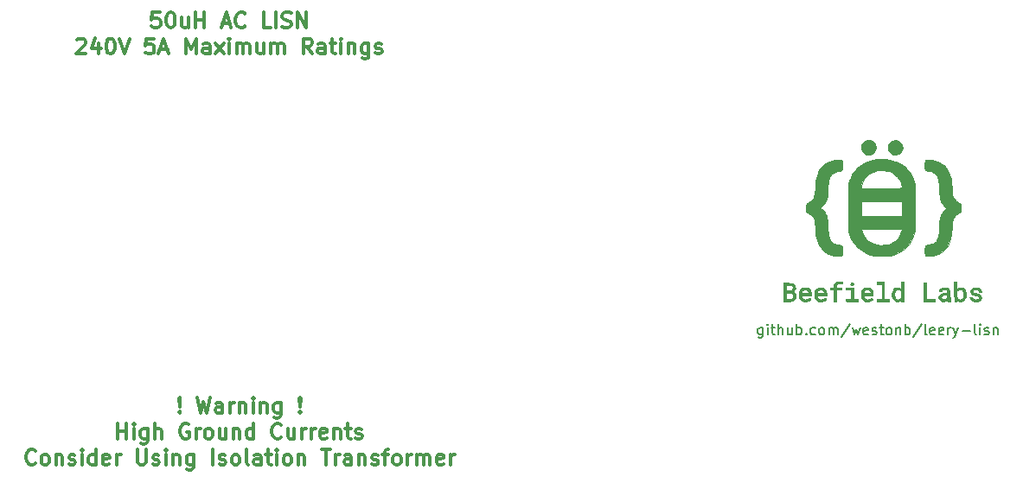
<source format=gbr>
%TF.GenerationSoftware,KiCad,Pcbnew,5.1.10-88a1d61d58~90~ubuntu20.04.1*%
%TF.CreationDate,2021-08-16T21:11:30-07:00*%
%TF.ProjectId,rear-panel,72656172-2d70-4616-9e65-6c2e6b696361,rev?*%
%TF.SameCoordinates,Original*%
%TF.FileFunction,Legend,Top*%
%TF.FilePolarity,Positive*%
%FSLAX46Y46*%
G04 Gerber Fmt 4.6, Leading zero omitted, Abs format (unit mm)*
G04 Created by KiCad (PCBNEW 5.1.10-88a1d61d58~90~ubuntu20.04.1) date 2021-08-16 21:11:30*
%MOMM*%
%LPD*%
G01*
G04 APERTURE LIST*
%ADD10C,0.150000*%
%ADD11C,0.300000*%
%ADD12C,0.010000*%
G04 APERTURE END LIST*
D10*
X191214285Y-93285714D02*
X191214285Y-94095238D01*
X191166666Y-94190476D01*
X191119047Y-94238095D01*
X191023809Y-94285714D01*
X190880952Y-94285714D01*
X190785714Y-94238095D01*
X191214285Y-93904761D02*
X191119047Y-93952380D01*
X190928571Y-93952380D01*
X190833333Y-93904761D01*
X190785714Y-93857142D01*
X190738095Y-93761904D01*
X190738095Y-93476190D01*
X190785714Y-93380952D01*
X190833333Y-93333333D01*
X190928571Y-93285714D01*
X191119047Y-93285714D01*
X191214285Y-93333333D01*
X191690476Y-93952380D02*
X191690476Y-93285714D01*
X191690476Y-92952380D02*
X191642857Y-93000000D01*
X191690476Y-93047619D01*
X191738095Y-93000000D01*
X191690476Y-92952380D01*
X191690476Y-93047619D01*
X192023809Y-93285714D02*
X192404761Y-93285714D01*
X192166666Y-92952380D02*
X192166666Y-93809523D01*
X192214285Y-93904761D01*
X192309523Y-93952380D01*
X192404761Y-93952380D01*
X192738095Y-93952380D02*
X192738095Y-92952380D01*
X193166666Y-93952380D02*
X193166666Y-93428571D01*
X193119047Y-93333333D01*
X193023809Y-93285714D01*
X192880952Y-93285714D01*
X192785714Y-93333333D01*
X192738095Y-93380952D01*
X194071428Y-93285714D02*
X194071428Y-93952380D01*
X193642857Y-93285714D02*
X193642857Y-93809523D01*
X193690476Y-93904761D01*
X193785714Y-93952380D01*
X193928571Y-93952380D01*
X194023809Y-93904761D01*
X194071428Y-93857142D01*
X194547619Y-93952380D02*
X194547619Y-92952380D01*
X194547619Y-93333333D02*
X194642857Y-93285714D01*
X194833333Y-93285714D01*
X194928571Y-93333333D01*
X194976190Y-93380952D01*
X195023809Y-93476190D01*
X195023809Y-93761904D01*
X194976190Y-93857142D01*
X194928571Y-93904761D01*
X194833333Y-93952380D01*
X194642857Y-93952380D01*
X194547619Y-93904761D01*
X195452380Y-93857142D02*
X195500000Y-93904761D01*
X195452380Y-93952380D01*
X195404761Y-93904761D01*
X195452380Y-93857142D01*
X195452380Y-93952380D01*
X196357142Y-93904761D02*
X196261904Y-93952380D01*
X196071428Y-93952380D01*
X195976190Y-93904761D01*
X195928571Y-93857142D01*
X195880952Y-93761904D01*
X195880952Y-93476190D01*
X195928571Y-93380952D01*
X195976190Y-93333333D01*
X196071428Y-93285714D01*
X196261904Y-93285714D01*
X196357142Y-93333333D01*
X196928571Y-93952380D02*
X196833333Y-93904761D01*
X196785714Y-93857142D01*
X196738095Y-93761904D01*
X196738095Y-93476190D01*
X196785714Y-93380952D01*
X196833333Y-93333333D01*
X196928571Y-93285714D01*
X197071428Y-93285714D01*
X197166666Y-93333333D01*
X197214285Y-93380952D01*
X197261904Y-93476190D01*
X197261904Y-93761904D01*
X197214285Y-93857142D01*
X197166666Y-93904761D01*
X197071428Y-93952380D01*
X196928571Y-93952380D01*
X197690476Y-93952380D02*
X197690476Y-93285714D01*
X197690476Y-93380952D02*
X197738095Y-93333333D01*
X197833333Y-93285714D01*
X197976190Y-93285714D01*
X198071428Y-93333333D01*
X198119047Y-93428571D01*
X198119047Y-93952380D01*
X198119047Y-93428571D02*
X198166666Y-93333333D01*
X198261904Y-93285714D01*
X198404761Y-93285714D01*
X198500000Y-93333333D01*
X198547619Y-93428571D01*
X198547619Y-93952380D01*
X199738095Y-92904761D02*
X198880952Y-94190476D01*
X199976190Y-93285714D02*
X200166666Y-93952380D01*
X200357142Y-93476190D01*
X200547619Y-93952380D01*
X200738095Y-93285714D01*
X201500000Y-93904761D02*
X201404761Y-93952380D01*
X201214285Y-93952380D01*
X201119047Y-93904761D01*
X201071428Y-93809523D01*
X201071428Y-93428571D01*
X201119047Y-93333333D01*
X201214285Y-93285714D01*
X201404761Y-93285714D01*
X201500000Y-93333333D01*
X201547619Y-93428571D01*
X201547619Y-93523809D01*
X201071428Y-93619047D01*
X201928571Y-93904761D02*
X202023809Y-93952380D01*
X202214285Y-93952380D01*
X202309523Y-93904761D01*
X202357142Y-93809523D01*
X202357142Y-93761904D01*
X202309523Y-93666666D01*
X202214285Y-93619047D01*
X202071428Y-93619047D01*
X201976190Y-93571428D01*
X201928571Y-93476190D01*
X201928571Y-93428571D01*
X201976190Y-93333333D01*
X202071428Y-93285714D01*
X202214285Y-93285714D01*
X202309523Y-93333333D01*
X202642857Y-93285714D02*
X203023809Y-93285714D01*
X202785714Y-92952380D02*
X202785714Y-93809523D01*
X202833333Y-93904761D01*
X202928571Y-93952380D01*
X203023809Y-93952380D01*
X203500000Y-93952380D02*
X203404761Y-93904761D01*
X203357142Y-93857142D01*
X203309523Y-93761904D01*
X203309523Y-93476190D01*
X203357142Y-93380952D01*
X203404761Y-93333333D01*
X203500000Y-93285714D01*
X203642857Y-93285714D01*
X203738095Y-93333333D01*
X203785714Y-93380952D01*
X203833333Y-93476190D01*
X203833333Y-93761904D01*
X203785714Y-93857142D01*
X203738095Y-93904761D01*
X203642857Y-93952380D01*
X203500000Y-93952380D01*
X204261904Y-93285714D02*
X204261904Y-93952380D01*
X204261904Y-93380952D02*
X204309523Y-93333333D01*
X204404761Y-93285714D01*
X204547619Y-93285714D01*
X204642857Y-93333333D01*
X204690476Y-93428571D01*
X204690476Y-93952380D01*
X205166666Y-93952380D02*
X205166666Y-92952380D01*
X205166666Y-93333333D02*
X205261904Y-93285714D01*
X205452380Y-93285714D01*
X205547619Y-93333333D01*
X205595238Y-93380952D01*
X205642857Y-93476190D01*
X205642857Y-93761904D01*
X205595238Y-93857142D01*
X205547619Y-93904761D01*
X205452380Y-93952380D01*
X205261904Y-93952380D01*
X205166666Y-93904761D01*
X206785714Y-92904761D02*
X205928571Y-94190476D01*
X207261904Y-93952380D02*
X207166666Y-93904761D01*
X207119047Y-93809523D01*
X207119047Y-92952380D01*
X208023809Y-93904761D02*
X207928571Y-93952380D01*
X207738095Y-93952380D01*
X207642857Y-93904761D01*
X207595238Y-93809523D01*
X207595238Y-93428571D01*
X207642857Y-93333333D01*
X207738095Y-93285714D01*
X207928571Y-93285714D01*
X208023809Y-93333333D01*
X208071428Y-93428571D01*
X208071428Y-93523809D01*
X207595238Y-93619047D01*
X208880952Y-93904761D02*
X208785714Y-93952380D01*
X208595238Y-93952380D01*
X208500000Y-93904761D01*
X208452380Y-93809523D01*
X208452380Y-93428571D01*
X208500000Y-93333333D01*
X208595238Y-93285714D01*
X208785714Y-93285714D01*
X208880952Y-93333333D01*
X208928571Y-93428571D01*
X208928571Y-93523809D01*
X208452380Y-93619047D01*
X209357142Y-93952380D02*
X209357142Y-93285714D01*
X209357142Y-93476190D02*
X209404761Y-93380952D01*
X209452380Y-93333333D01*
X209547619Y-93285714D01*
X209642857Y-93285714D01*
X209880952Y-93285714D02*
X210119047Y-93952380D01*
X210357142Y-93285714D02*
X210119047Y-93952380D01*
X210023809Y-94190476D01*
X209976190Y-94238095D01*
X209880952Y-94285714D01*
X210738095Y-93571428D02*
X211500000Y-93571428D01*
X212119047Y-93952380D02*
X212023809Y-93904761D01*
X211976190Y-93809523D01*
X211976190Y-92952380D01*
X212500000Y-93952380D02*
X212500000Y-93285714D01*
X212500000Y-92952380D02*
X212452380Y-93000000D01*
X212500000Y-93047619D01*
X212547619Y-93000000D01*
X212500000Y-92952380D01*
X212500000Y-93047619D01*
X212928571Y-93904761D02*
X213023809Y-93952380D01*
X213214285Y-93952380D01*
X213309523Y-93904761D01*
X213357142Y-93809523D01*
X213357142Y-93761904D01*
X213309523Y-93666666D01*
X213214285Y-93619047D01*
X213071428Y-93619047D01*
X212976190Y-93571428D01*
X212928571Y-93476190D01*
X212928571Y-93428571D01*
X212976190Y-93333333D01*
X213071428Y-93285714D01*
X213214285Y-93285714D01*
X213309523Y-93333333D01*
X213785714Y-93285714D02*
X213785714Y-93952380D01*
X213785714Y-93380952D02*
X213833333Y-93333333D01*
X213928571Y-93285714D01*
X214071428Y-93285714D01*
X214166666Y-93333333D01*
X214214285Y-93428571D01*
X214214285Y-93952380D01*
D11*
X132178571Y-62403571D02*
X131464285Y-62403571D01*
X131392857Y-63117857D01*
X131464285Y-63046428D01*
X131607142Y-62975000D01*
X131964285Y-62975000D01*
X132107142Y-63046428D01*
X132178571Y-63117857D01*
X132250000Y-63260714D01*
X132250000Y-63617857D01*
X132178571Y-63760714D01*
X132107142Y-63832142D01*
X131964285Y-63903571D01*
X131607142Y-63903571D01*
X131464285Y-63832142D01*
X131392857Y-63760714D01*
X133178571Y-62403571D02*
X133321428Y-62403571D01*
X133464285Y-62475000D01*
X133535714Y-62546428D01*
X133607142Y-62689285D01*
X133678571Y-62975000D01*
X133678571Y-63332142D01*
X133607142Y-63617857D01*
X133535714Y-63760714D01*
X133464285Y-63832142D01*
X133321428Y-63903571D01*
X133178571Y-63903571D01*
X133035714Y-63832142D01*
X132964285Y-63760714D01*
X132892857Y-63617857D01*
X132821428Y-63332142D01*
X132821428Y-62975000D01*
X132892857Y-62689285D01*
X132964285Y-62546428D01*
X133035714Y-62475000D01*
X133178571Y-62403571D01*
X134964285Y-62903571D02*
X134964285Y-63903571D01*
X134321428Y-62903571D02*
X134321428Y-63689285D01*
X134392857Y-63832142D01*
X134535714Y-63903571D01*
X134750000Y-63903571D01*
X134892857Y-63832142D01*
X134964285Y-63760714D01*
X135678571Y-63903571D02*
X135678571Y-62403571D01*
X135678571Y-63117857D02*
X136535714Y-63117857D01*
X136535714Y-63903571D02*
X136535714Y-62403571D01*
X138321428Y-63475000D02*
X139035714Y-63475000D01*
X138178571Y-63903571D02*
X138678571Y-62403571D01*
X139178571Y-63903571D01*
X140535714Y-63760714D02*
X140464285Y-63832142D01*
X140250000Y-63903571D01*
X140107142Y-63903571D01*
X139892857Y-63832142D01*
X139750000Y-63689285D01*
X139678571Y-63546428D01*
X139607142Y-63260714D01*
X139607142Y-63046428D01*
X139678571Y-62760714D01*
X139750000Y-62617857D01*
X139892857Y-62475000D01*
X140107142Y-62403571D01*
X140250000Y-62403571D01*
X140464285Y-62475000D01*
X140535714Y-62546428D01*
X143035714Y-63903571D02*
X142321428Y-63903571D01*
X142321428Y-62403571D01*
X143535714Y-63903571D02*
X143535714Y-62403571D01*
X144178571Y-63832142D02*
X144392857Y-63903571D01*
X144750000Y-63903571D01*
X144892857Y-63832142D01*
X144964285Y-63760714D01*
X145035714Y-63617857D01*
X145035714Y-63475000D01*
X144964285Y-63332142D01*
X144892857Y-63260714D01*
X144750000Y-63189285D01*
X144464285Y-63117857D01*
X144321428Y-63046428D01*
X144250000Y-62975000D01*
X144178571Y-62832142D01*
X144178571Y-62689285D01*
X144250000Y-62546428D01*
X144321428Y-62475000D01*
X144464285Y-62403571D01*
X144821428Y-62403571D01*
X145035714Y-62475000D01*
X145678571Y-63903571D02*
X145678571Y-62403571D01*
X146535714Y-63903571D01*
X146535714Y-62403571D01*
X124071428Y-65096428D02*
X124142857Y-65025000D01*
X124285714Y-64953571D01*
X124642857Y-64953571D01*
X124785714Y-65025000D01*
X124857142Y-65096428D01*
X124928571Y-65239285D01*
X124928571Y-65382142D01*
X124857142Y-65596428D01*
X124000000Y-66453571D01*
X124928571Y-66453571D01*
X126214285Y-65453571D02*
X126214285Y-66453571D01*
X125857142Y-64882142D02*
X125500000Y-65953571D01*
X126428571Y-65953571D01*
X127285714Y-64953571D02*
X127428571Y-64953571D01*
X127571428Y-65025000D01*
X127642857Y-65096428D01*
X127714285Y-65239285D01*
X127785714Y-65525000D01*
X127785714Y-65882142D01*
X127714285Y-66167857D01*
X127642857Y-66310714D01*
X127571428Y-66382142D01*
X127428571Y-66453571D01*
X127285714Y-66453571D01*
X127142857Y-66382142D01*
X127071428Y-66310714D01*
X127000000Y-66167857D01*
X126928571Y-65882142D01*
X126928571Y-65525000D01*
X127000000Y-65239285D01*
X127071428Y-65096428D01*
X127142857Y-65025000D01*
X127285714Y-64953571D01*
X128214285Y-64953571D02*
X128714285Y-66453571D01*
X129214285Y-64953571D01*
X131571428Y-64953571D02*
X130857142Y-64953571D01*
X130785714Y-65667857D01*
X130857142Y-65596428D01*
X131000000Y-65525000D01*
X131357142Y-65525000D01*
X131500000Y-65596428D01*
X131571428Y-65667857D01*
X131642857Y-65810714D01*
X131642857Y-66167857D01*
X131571428Y-66310714D01*
X131500000Y-66382142D01*
X131357142Y-66453571D01*
X131000000Y-66453571D01*
X130857142Y-66382142D01*
X130785714Y-66310714D01*
X132214285Y-66025000D02*
X132928571Y-66025000D01*
X132071428Y-66453571D02*
X132571428Y-64953571D01*
X133071428Y-66453571D01*
X134714285Y-66453571D02*
X134714285Y-64953571D01*
X135214285Y-66025000D01*
X135714285Y-64953571D01*
X135714285Y-66453571D01*
X137071428Y-66453571D02*
X137071428Y-65667857D01*
X137000000Y-65525000D01*
X136857142Y-65453571D01*
X136571428Y-65453571D01*
X136428571Y-65525000D01*
X137071428Y-66382142D02*
X136928571Y-66453571D01*
X136571428Y-66453571D01*
X136428571Y-66382142D01*
X136357142Y-66239285D01*
X136357142Y-66096428D01*
X136428571Y-65953571D01*
X136571428Y-65882142D01*
X136928571Y-65882142D01*
X137071428Y-65810714D01*
X137642857Y-66453571D02*
X138428571Y-65453571D01*
X137642857Y-65453571D02*
X138428571Y-66453571D01*
X139000000Y-66453571D02*
X139000000Y-65453571D01*
X139000000Y-64953571D02*
X138928571Y-65025000D01*
X139000000Y-65096428D01*
X139071428Y-65025000D01*
X139000000Y-64953571D01*
X139000000Y-65096428D01*
X139714285Y-66453571D02*
X139714285Y-65453571D01*
X139714285Y-65596428D02*
X139785714Y-65525000D01*
X139928571Y-65453571D01*
X140142857Y-65453571D01*
X140285714Y-65525000D01*
X140357142Y-65667857D01*
X140357142Y-66453571D01*
X140357142Y-65667857D02*
X140428571Y-65525000D01*
X140571428Y-65453571D01*
X140785714Y-65453571D01*
X140928571Y-65525000D01*
X141000000Y-65667857D01*
X141000000Y-66453571D01*
X142357142Y-65453571D02*
X142357142Y-66453571D01*
X141714285Y-65453571D02*
X141714285Y-66239285D01*
X141785714Y-66382142D01*
X141928571Y-66453571D01*
X142142857Y-66453571D01*
X142285714Y-66382142D01*
X142357142Y-66310714D01*
X143071428Y-66453571D02*
X143071428Y-65453571D01*
X143071428Y-65596428D02*
X143142857Y-65525000D01*
X143285714Y-65453571D01*
X143500000Y-65453571D01*
X143642857Y-65525000D01*
X143714285Y-65667857D01*
X143714285Y-66453571D01*
X143714285Y-65667857D02*
X143785714Y-65525000D01*
X143928571Y-65453571D01*
X144142857Y-65453571D01*
X144285714Y-65525000D01*
X144357142Y-65667857D01*
X144357142Y-66453571D01*
X147071428Y-66453571D02*
X146571428Y-65739285D01*
X146214285Y-66453571D02*
X146214285Y-64953571D01*
X146785714Y-64953571D01*
X146928571Y-65025000D01*
X147000000Y-65096428D01*
X147071428Y-65239285D01*
X147071428Y-65453571D01*
X147000000Y-65596428D01*
X146928571Y-65667857D01*
X146785714Y-65739285D01*
X146214285Y-65739285D01*
X148357142Y-66453571D02*
X148357142Y-65667857D01*
X148285714Y-65525000D01*
X148142857Y-65453571D01*
X147857142Y-65453571D01*
X147714285Y-65525000D01*
X148357142Y-66382142D02*
X148214285Y-66453571D01*
X147857142Y-66453571D01*
X147714285Y-66382142D01*
X147642857Y-66239285D01*
X147642857Y-66096428D01*
X147714285Y-65953571D01*
X147857142Y-65882142D01*
X148214285Y-65882142D01*
X148357142Y-65810714D01*
X148857142Y-65453571D02*
X149428571Y-65453571D01*
X149071428Y-64953571D02*
X149071428Y-66239285D01*
X149142857Y-66382142D01*
X149285714Y-66453571D01*
X149428571Y-66453571D01*
X149928571Y-66453571D02*
X149928571Y-65453571D01*
X149928571Y-64953571D02*
X149857142Y-65025000D01*
X149928571Y-65096428D01*
X150000000Y-65025000D01*
X149928571Y-64953571D01*
X149928571Y-65096428D01*
X150642857Y-65453571D02*
X150642857Y-66453571D01*
X150642857Y-65596428D02*
X150714285Y-65525000D01*
X150857142Y-65453571D01*
X151071428Y-65453571D01*
X151214285Y-65525000D01*
X151285714Y-65667857D01*
X151285714Y-66453571D01*
X152642857Y-65453571D02*
X152642857Y-66667857D01*
X152571428Y-66810714D01*
X152500000Y-66882142D01*
X152357142Y-66953571D01*
X152142857Y-66953571D01*
X152000000Y-66882142D01*
X152642857Y-66382142D02*
X152500000Y-66453571D01*
X152214285Y-66453571D01*
X152071428Y-66382142D01*
X152000000Y-66310714D01*
X151928571Y-66167857D01*
X151928571Y-65739285D01*
X152000000Y-65596428D01*
X152071428Y-65525000D01*
X152214285Y-65453571D01*
X152500000Y-65453571D01*
X152642857Y-65525000D01*
X153285714Y-66382142D02*
X153428571Y-66453571D01*
X153714285Y-66453571D01*
X153857142Y-66382142D01*
X153928571Y-66239285D01*
X153928571Y-66167857D01*
X153857142Y-66025000D01*
X153714285Y-65953571D01*
X153500000Y-65953571D01*
X153357142Y-65882142D01*
X153285714Y-65739285D01*
X153285714Y-65667857D01*
X153357142Y-65525000D01*
X153500000Y-65453571D01*
X153714285Y-65453571D01*
X153857142Y-65525000D01*
X134107142Y-101485714D02*
X134178571Y-101557142D01*
X134107142Y-101628571D01*
X134035714Y-101557142D01*
X134107142Y-101485714D01*
X134107142Y-101628571D01*
X134107142Y-101057142D02*
X134035714Y-100200000D01*
X134107142Y-100128571D01*
X134178571Y-100200000D01*
X134107142Y-101057142D01*
X134107142Y-100128571D01*
X135821428Y-100128571D02*
X136178571Y-101628571D01*
X136464285Y-100557142D01*
X136750000Y-101628571D01*
X137107142Y-100128571D01*
X138321428Y-101628571D02*
X138321428Y-100842857D01*
X138250000Y-100700000D01*
X138107142Y-100628571D01*
X137821428Y-100628571D01*
X137678571Y-100700000D01*
X138321428Y-101557142D02*
X138178571Y-101628571D01*
X137821428Y-101628571D01*
X137678571Y-101557142D01*
X137607142Y-101414285D01*
X137607142Y-101271428D01*
X137678571Y-101128571D01*
X137821428Y-101057142D01*
X138178571Y-101057142D01*
X138321428Y-100985714D01*
X139035714Y-101628571D02*
X139035714Y-100628571D01*
X139035714Y-100914285D02*
X139107142Y-100771428D01*
X139178571Y-100700000D01*
X139321428Y-100628571D01*
X139464285Y-100628571D01*
X139964285Y-100628571D02*
X139964285Y-101628571D01*
X139964285Y-100771428D02*
X140035714Y-100700000D01*
X140178571Y-100628571D01*
X140392857Y-100628571D01*
X140535714Y-100700000D01*
X140607142Y-100842857D01*
X140607142Y-101628571D01*
X141321428Y-101628571D02*
X141321428Y-100628571D01*
X141321428Y-100128571D02*
X141250000Y-100200000D01*
X141321428Y-100271428D01*
X141392857Y-100200000D01*
X141321428Y-100128571D01*
X141321428Y-100271428D01*
X142035714Y-100628571D02*
X142035714Y-101628571D01*
X142035714Y-100771428D02*
X142107142Y-100700000D01*
X142250000Y-100628571D01*
X142464285Y-100628571D01*
X142607142Y-100700000D01*
X142678571Y-100842857D01*
X142678571Y-101628571D01*
X144035714Y-100628571D02*
X144035714Y-101842857D01*
X143964285Y-101985714D01*
X143892857Y-102057142D01*
X143750000Y-102128571D01*
X143535714Y-102128571D01*
X143392857Y-102057142D01*
X144035714Y-101557142D02*
X143892857Y-101628571D01*
X143607142Y-101628571D01*
X143464285Y-101557142D01*
X143392857Y-101485714D01*
X143321428Y-101342857D01*
X143321428Y-100914285D01*
X143392857Y-100771428D01*
X143464285Y-100700000D01*
X143607142Y-100628571D01*
X143892857Y-100628571D01*
X144035714Y-100700000D01*
X145892857Y-101485714D02*
X145964285Y-101557142D01*
X145892857Y-101628571D01*
X145821428Y-101557142D01*
X145892857Y-101485714D01*
X145892857Y-101628571D01*
X145892857Y-101057142D02*
X145821428Y-100200000D01*
X145892857Y-100128571D01*
X145964285Y-100200000D01*
X145892857Y-101057142D01*
X145892857Y-100128571D01*
X128071428Y-104178571D02*
X128071428Y-102678571D01*
X128071428Y-103392857D02*
X128928571Y-103392857D01*
X128928571Y-104178571D02*
X128928571Y-102678571D01*
X129642857Y-104178571D02*
X129642857Y-103178571D01*
X129642857Y-102678571D02*
X129571428Y-102750000D01*
X129642857Y-102821428D01*
X129714285Y-102750000D01*
X129642857Y-102678571D01*
X129642857Y-102821428D01*
X131000000Y-103178571D02*
X131000000Y-104392857D01*
X130928571Y-104535714D01*
X130857142Y-104607142D01*
X130714285Y-104678571D01*
X130500000Y-104678571D01*
X130357142Y-104607142D01*
X131000000Y-104107142D02*
X130857142Y-104178571D01*
X130571428Y-104178571D01*
X130428571Y-104107142D01*
X130357142Y-104035714D01*
X130285714Y-103892857D01*
X130285714Y-103464285D01*
X130357142Y-103321428D01*
X130428571Y-103250000D01*
X130571428Y-103178571D01*
X130857142Y-103178571D01*
X131000000Y-103250000D01*
X131714285Y-104178571D02*
X131714285Y-102678571D01*
X132357142Y-104178571D02*
X132357142Y-103392857D01*
X132285714Y-103250000D01*
X132142857Y-103178571D01*
X131928571Y-103178571D01*
X131785714Y-103250000D01*
X131714285Y-103321428D01*
X135000000Y-102750000D02*
X134857142Y-102678571D01*
X134642857Y-102678571D01*
X134428571Y-102750000D01*
X134285714Y-102892857D01*
X134214285Y-103035714D01*
X134142857Y-103321428D01*
X134142857Y-103535714D01*
X134214285Y-103821428D01*
X134285714Y-103964285D01*
X134428571Y-104107142D01*
X134642857Y-104178571D01*
X134785714Y-104178571D01*
X135000000Y-104107142D01*
X135071428Y-104035714D01*
X135071428Y-103535714D01*
X134785714Y-103535714D01*
X135714285Y-104178571D02*
X135714285Y-103178571D01*
X135714285Y-103464285D02*
X135785714Y-103321428D01*
X135857142Y-103250000D01*
X136000000Y-103178571D01*
X136142857Y-103178571D01*
X136857142Y-104178571D02*
X136714285Y-104107142D01*
X136642857Y-104035714D01*
X136571428Y-103892857D01*
X136571428Y-103464285D01*
X136642857Y-103321428D01*
X136714285Y-103250000D01*
X136857142Y-103178571D01*
X137071428Y-103178571D01*
X137214285Y-103250000D01*
X137285714Y-103321428D01*
X137357142Y-103464285D01*
X137357142Y-103892857D01*
X137285714Y-104035714D01*
X137214285Y-104107142D01*
X137071428Y-104178571D01*
X136857142Y-104178571D01*
X138642857Y-103178571D02*
X138642857Y-104178571D01*
X138000000Y-103178571D02*
X138000000Y-103964285D01*
X138071428Y-104107142D01*
X138214285Y-104178571D01*
X138428571Y-104178571D01*
X138571428Y-104107142D01*
X138642857Y-104035714D01*
X139357142Y-103178571D02*
X139357142Y-104178571D01*
X139357142Y-103321428D02*
X139428571Y-103250000D01*
X139571428Y-103178571D01*
X139785714Y-103178571D01*
X139928571Y-103250000D01*
X140000000Y-103392857D01*
X140000000Y-104178571D01*
X141357142Y-104178571D02*
X141357142Y-102678571D01*
X141357142Y-104107142D02*
X141214285Y-104178571D01*
X140928571Y-104178571D01*
X140785714Y-104107142D01*
X140714285Y-104035714D01*
X140642857Y-103892857D01*
X140642857Y-103464285D01*
X140714285Y-103321428D01*
X140785714Y-103250000D01*
X140928571Y-103178571D01*
X141214285Y-103178571D01*
X141357142Y-103250000D01*
X144071428Y-104035714D02*
X144000000Y-104107142D01*
X143785714Y-104178571D01*
X143642857Y-104178571D01*
X143428571Y-104107142D01*
X143285714Y-103964285D01*
X143214285Y-103821428D01*
X143142857Y-103535714D01*
X143142857Y-103321428D01*
X143214285Y-103035714D01*
X143285714Y-102892857D01*
X143428571Y-102750000D01*
X143642857Y-102678571D01*
X143785714Y-102678571D01*
X144000000Y-102750000D01*
X144071428Y-102821428D01*
X145357142Y-103178571D02*
X145357142Y-104178571D01*
X144714285Y-103178571D02*
X144714285Y-103964285D01*
X144785714Y-104107142D01*
X144928571Y-104178571D01*
X145142857Y-104178571D01*
X145285714Y-104107142D01*
X145357142Y-104035714D01*
X146071428Y-104178571D02*
X146071428Y-103178571D01*
X146071428Y-103464285D02*
X146142857Y-103321428D01*
X146214285Y-103250000D01*
X146357142Y-103178571D01*
X146500000Y-103178571D01*
X147000000Y-104178571D02*
X147000000Y-103178571D01*
X147000000Y-103464285D02*
X147071428Y-103321428D01*
X147142857Y-103250000D01*
X147285714Y-103178571D01*
X147428571Y-103178571D01*
X148500000Y-104107142D02*
X148357142Y-104178571D01*
X148071428Y-104178571D01*
X147928571Y-104107142D01*
X147857142Y-103964285D01*
X147857142Y-103392857D01*
X147928571Y-103250000D01*
X148071428Y-103178571D01*
X148357142Y-103178571D01*
X148500000Y-103250000D01*
X148571428Y-103392857D01*
X148571428Y-103535714D01*
X147857142Y-103678571D01*
X149214285Y-103178571D02*
X149214285Y-104178571D01*
X149214285Y-103321428D02*
X149285714Y-103250000D01*
X149428571Y-103178571D01*
X149642857Y-103178571D01*
X149785714Y-103250000D01*
X149857142Y-103392857D01*
X149857142Y-104178571D01*
X150357142Y-103178571D02*
X150928571Y-103178571D01*
X150571428Y-102678571D02*
X150571428Y-103964285D01*
X150642857Y-104107142D01*
X150785714Y-104178571D01*
X150928571Y-104178571D01*
X151357142Y-104107142D02*
X151500000Y-104178571D01*
X151785714Y-104178571D01*
X151928571Y-104107142D01*
X152000000Y-103964285D01*
X152000000Y-103892857D01*
X151928571Y-103750000D01*
X151785714Y-103678571D01*
X151571428Y-103678571D01*
X151428571Y-103607142D01*
X151357142Y-103464285D01*
X151357142Y-103392857D01*
X151428571Y-103250000D01*
X151571428Y-103178571D01*
X151785714Y-103178571D01*
X151928571Y-103250000D01*
X120000000Y-106585714D02*
X119928571Y-106657142D01*
X119714285Y-106728571D01*
X119571428Y-106728571D01*
X119357142Y-106657142D01*
X119214285Y-106514285D01*
X119142857Y-106371428D01*
X119071428Y-106085714D01*
X119071428Y-105871428D01*
X119142857Y-105585714D01*
X119214285Y-105442857D01*
X119357142Y-105300000D01*
X119571428Y-105228571D01*
X119714285Y-105228571D01*
X119928571Y-105300000D01*
X120000000Y-105371428D01*
X120857142Y-106728571D02*
X120714285Y-106657142D01*
X120642857Y-106585714D01*
X120571428Y-106442857D01*
X120571428Y-106014285D01*
X120642857Y-105871428D01*
X120714285Y-105800000D01*
X120857142Y-105728571D01*
X121071428Y-105728571D01*
X121214285Y-105800000D01*
X121285714Y-105871428D01*
X121357142Y-106014285D01*
X121357142Y-106442857D01*
X121285714Y-106585714D01*
X121214285Y-106657142D01*
X121071428Y-106728571D01*
X120857142Y-106728571D01*
X122000000Y-105728571D02*
X122000000Y-106728571D01*
X122000000Y-105871428D02*
X122071428Y-105800000D01*
X122214285Y-105728571D01*
X122428571Y-105728571D01*
X122571428Y-105800000D01*
X122642857Y-105942857D01*
X122642857Y-106728571D01*
X123285714Y-106657142D02*
X123428571Y-106728571D01*
X123714285Y-106728571D01*
X123857142Y-106657142D01*
X123928571Y-106514285D01*
X123928571Y-106442857D01*
X123857142Y-106300000D01*
X123714285Y-106228571D01*
X123500000Y-106228571D01*
X123357142Y-106157142D01*
X123285714Y-106014285D01*
X123285714Y-105942857D01*
X123357142Y-105800000D01*
X123500000Y-105728571D01*
X123714285Y-105728571D01*
X123857142Y-105800000D01*
X124571428Y-106728571D02*
X124571428Y-105728571D01*
X124571428Y-105228571D02*
X124500000Y-105300000D01*
X124571428Y-105371428D01*
X124642857Y-105300000D01*
X124571428Y-105228571D01*
X124571428Y-105371428D01*
X125928571Y-106728571D02*
X125928571Y-105228571D01*
X125928571Y-106657142D02*
X125785714Y-106728571D01*
X125500000Y-106728571D01*
X125357142Y-106657142D01*
X125285714Y-106585714D01*
X125214285Y-106442857D01*
X125214285Y-106014285D01*
X125285714Y-105871428D01*
X125357142Y-105800000D01*
X125500000Y-105728571D01*
X125785714Y-105728571D01*
X125928571Y-105800000D01*
X127214285Y-106657142D02*
X127071428Y-106728571D01*
X126785714Y-106728571D01*
X126642857Y-106657142D01*
X126571428Y-106514285D01*
X126571428Y-105942857D01*
X126642857Y-105800000D01*
X126785714Y-105728571D01*
X127071428Y-105728571D01*
X127214285Y-105800000D01*
X127285714Y-105942857D01*
X127285714Y-106085714D01*
X126571428Y-106228571D01*
X127928571Y-106728571D02*
X127928571Y-105728571D01*
X127928571Y-106014285D02*
X128000000Y-105871428D01*
X128071428Y-105800000D01*
X128214285Y-105728571D01*
X128357142Y-105728571D01*
X130000000Y-105228571D02*
X130000000Y-106442857D01*
X130071428Y-106585714D01*
X130142857Y-106657142D01*
X130285714Y-106728571D01*
X130571428Y-106728571D01*
X130714285Y-106657142D01*
X130785714Y-106585714D01*
X130857142Y-106442857D01*
X130857142Y-105228571D01*
X131500000Y-106657142D02*
X131642857Y-106728571D01*
X131928571Y-106728571D01*
X132071428Y-106657142D01*
X132142857Y-106514285D01*
X132142857Y-106442857D01*
X132071428Y-106300000D01*
X131928571Y-106228571D01*
X131714285Y-106228571D01*
X131571428Y-106157142D01*
X131500000Y-106014285D01*
X131500000Y-105942857D01*
X131571428Y-105800000D01*
X131714285Y-105728571D01*
X131928571Y-105728571D01*
X132071428Y-105800000D01*
X132785714Y-106728571D02*
X132785714Y-105728571D01*
X132785714Y-105228571D02*
X132714285Y-105300000D01*
X132785714Y-105371428D01*
X132857142Y-105300000D01*
X132785714Y-105228571D01*
X132785714Y-105371428D01*
X133500000Y-105728571D02*
X133500000Y-106728571D01*
X133500000Y-105871428D02*
X133571428Y-105800000D01*
X133714285Y-105728571D01*
X133928571Y-105728571D01*
X134071428Y-105800000D01*
X134142857Y-105942857D01*
X134142857Y-106728571D01*
X135500000Y-105728571D02*
X135500000Y-106942857D01*
X135428571Y-107085714D01*
X135357142Y-107157142D01*
X135214285Y-107228571D01*
X135000000Y-107228571D01*
X134857142Y-107157142D01*
X135500000Y-106657142D02*
X135357142Y-106728571D01*
X135071428Y-106728571D01*
X134928571Y-106657142D01*
X134857142Y-106585714D01*
X134785714Y-106442857D01*
X134785714Y-106014285D01*
X134857142Y-105871428D01*
X134928571Y-105800000D01*
X135071428Y-105728571D01*
X135357142Y-105728571D01*
X135500000Y-105800000D01*
X137357142Y-106728571D02*
X137357142Y-105228571D01*
X138000000Y-106657142D02*
X138142857Y-106728571D01*
X138428571Y-106728571D01*
X138571428Y-106657142D01*
X138642857Y-106514285D01*
X138642857Y-106442857D01*
X138571428Y-106300000D01*
X138428571Y-106228571D01*
X138214285Y-106228571D01*
X138071428Y-106157142D01*
X138000000Y-106014285D01*
X138000000Y-105942857D01*
X138071428Y-105800000D01*
X138214285Y-105728571D01*
X138428571Y-105728571D01*
X138571428Y-105800000D01*
X139500000Y-106728571D02*
X139357142Y-106657142D01*
X139285714Y-106585714D01*
X139214285Y-106442857D01*
X139214285Y-106014285D01*
X139285714Y-105871428D01*
X139357142Y-105800000D01*
X139500000Y-105728571D01*
X139714285Y-105728571D01*
X139857142Y-105800000D01*
X139928571Y-105871428D01*
X140000000Y-106014285D01*
X140000000Y-106442857D01*
X139928571Y-106585714D01*
X139857142Y-106657142D01*
X139714285Y-106728571D01*
X139500000Y-106728571D01*
X140857142Y-106728571D02*
X140714285Y-106657142D01*
X140642857Y-106514285D01*
X140642857Y-105228571D01*
X142071428Y-106728571D02*
X142071428Y-105942857D01*
X142000000Y-105800000D01*
X141857142Y-105728571D01*
X141571428Y-105728571D01*
X141428571Y-105800000D01*
X142071428Y-106657142D02*
X141928571Y-106728571D01*
X141571428Y-106728571D01*
X141428571Y-106657142D01*
X141357142Y-106514285D01*
X141357142Y-106371428D01*
X141428571Y-106228571D01*
X141571428Y-106157142D01*
X141928571Y-106157142D01*
X142071428Y-106085714D01*
X142571428Y-105728571D02*
X143142857Y-105728571D01*
X142785714Y-105228571D02*
X142785714Y-106514285D01*
X142857142Y-106657142D01*
X143000000Y-106728571D01*
X143142857Y-106728571D01*
X143642857Y-106728571D02*
X143642857Y-105728571D01*
X143642857Y-105228571D02*
X143571428Y-105300000D01*
X143642857Y-105371428D01*
X143714285Y-105300000D01*
X143642857Y-105228571D01*
X143642857Y-105371428D01*
X144571428Y-106728571D02*
X144428571Y-106657142D01*
X144357142Y-106585714D01*
X144285714Y-106442857D01*
X144285714Y-106014285D01*
X144357142Y-105871428D01*
X144428571Y-105800000D01*
X144571428Y-105728571D01*
X144785714Y-105728571D01*
X144928571Y-105800000D01*
X145000000Y-105871428D01*
X145071428Y-106014285D01*
X145071428Y-106442857D01*
X145000000Y-106585714D01*
X144928571Y-106657142D01*
X144785714Y-106728571D01*
X144571428Y-106728571D01*
X145714285Y-105728571D02*
X145714285Y-106728571D01*
X145714285Y-105871428D02*
X145785714Y-105800000D01*
X145928571Y-105728571D01*
X146142857Y-105728571D01*
X146285714Y-105800000D01*
X146357142Y-105942857D01*
X146357142Y-106728571D01*
X148000000Y-105228571D02*
X148857142Y-105228571D01*
X148428571Y-106728571D02*
X148428571Y-105228571D01*
X149357142Y-106728571D02*
X149357142Y-105728571D01*
X149357142Y-106014285D02*
X149428571Y-105871428D01*
X149500000Y-105800000D01*
X149642857Y-105728571D01*
X149785714Y-105728571D01*
X150928571Y-106728571D02*
X150928571Y-105942857D01*
X150857142Y-105800000D01*
X150714285Y-105728571D01*
X150428571Y-105728571D01*
X150285714Y-105800000D01*
X150928571Y-106657142D02*
X150785714Y-106728571D01*
X150428571Y-106728571D01*
X150285714Y-106657142D01*
X150214285Y-106514285D01*
X150214285Y-106371428D01*
X150285714Y-106228571D01*
X150428571Y-106157142D01*
X150785714Y-106157142D01*
X150928571Y-106085714D01*
X151642857Y-105728571D02*
X151642857Y-106728571D01*
X151642857Y-105871428D02*
X151714285Y-105800000D01*
X151857142Y-105728571D01*
X152071428Y-105728571D01*
X152214285Y-105800000D01*
X152285714Y-105942857D01*
X152285714Y-106728571D01*
X152928571Y-106657142D02*
X153071428Y-106728571D01*
X153357142Y-106728571D01*
X153500000Y-106657142D01*
X153571428Y-106514285D01*
X153571428Y-106442857D01*
X153500000Y-106300000D01*
X153357142Y-106228571D01*
X153142857Y-106228571D01*
X153000000Y-106157142D01*
X152928571Y-106014285D01*
X152928571Y-105942857D01*
X153000000Y-105800000D01*
X153142857Y-105728571D01*
X153357142Y-105728571D01*
X153500000Y-105800000D01*
X154000000Y-105728571D02*
X154571428Y-105728571D01*
X154214285Y-106728571D02*
X154214285Y-105442857D01*
X154285714Y-105300000D01*
X154428571Y-105228571D01*
X154571428Y-105228571D01*
X155285714Y-106728571D02*
X155142857Y-106657142D01*
X155071428Y-106585714D01*
X155000000Y-106442857D01*
X155000000Y-106014285D01*
X155071428Y-105871428D01*
X155142857Y-105800000D01*
X155285714Y-105728571D01*
X155500000Y-105728571D01*
X155642857Y-105800000D01*
X155714285Y-105871428D01*
X155785714Y-106014285D01*
X155785714Y-106442857D01*
X155714285Y-106585714D01*
X155642857Y-106657142D01*
X155500000Y-106728571D01*
X155285714Y-106728571D01*
X156428571Y-106728571D02*
X156428571Y-105728571D01*
X156428571Y-106014285D02*
X156500000Y-105871428D01*
X156571428Y-105800000D01*
X156714285Y-105728571D01*
X156857142Y-105728571D01*
X157357142Y-106728571D02*
X157357142Y-105728571D01*
X157357142Y-105871428D02*
X157428571Y-105800000D01*
X157571428Y-105728571D01*
X157785714Y-105728571D01*
X157928571Y-105800000D01*
X158000000Y-105942857D01*
X158000000Y-106728571D01*
X158000000Y-105942857D02*
X158071428Y-105800000D01*
X158214285Y-105728571D01*
X158428571Y-105728571D01*
X158571428Y-105800000D01*
X158642857Y-105942857D01*
X158642857Y-106728571D01*
X159928571Y-106657142D02*
X159785714Y-106728571D01*
X159500000Y-106728571D01*
X159357142Y-106657142D01*
X159285714Y-106514285D01*
X159285714Y-105942857D01*
X159357142Y-105800000D01*
X159500000Y-105728571D01*
X159785714Y-105728571D01*
X159928571Y-105800000D01*
X160000000Y-105942857D01*
X160000000Y-106085714D01*
X159285714Y-106228571D01*
X160642857Y-106728571D02*
X160642857Y-105728571D01*
X160642857Y-106014285D02*
X160714285Y-105871428D01*
X160785714Y-105800000D01*
X160928571Y-105728571D01*
X161071428Y-105728571D01*
D12*
%TO.C,G\u002A\u002A\u002A*%
G36*
X204276443Y-74922612D02*
G01*
X204345741Y-74930281D01*
X204405074Y-74945186D01*
X204439334Y-74957731D01*
X204578903Y-75031179D01*
X204697007Y-75130249D01*
X204791346Y-75252643D01*
X204848669Y-75367066D01*
X204874063Y-75459428D01*
X204886686Y-75569442D01*
X204886463Y-75684437D01*
X204873319Y-75791746D01*
X204851636Y-75868192D01*
X204779377Y-76007062D01*
X204683325Y-76125431D01*
X204567052Y-76219673D01*
X204443602Y-76282600D01*
X204324691Y-76314800D01*
X204194450Y-76327444D01*
X204066380Y-76320063D01*
X203973025Y-76298927D01*
X203834957Y-76236545D01*
X203712396Y-76146764D01*
X203610340Y-76034277D01*
X203533789Y-75903780D01*
X203521635Y-75875066D01*
X203495285Y-75777476D01*
X203483248Y-75662433D01*
X203485515Y-75542972D01*
X203502075Y-75432128D01*
X203521999Y-75367066D01*
X203595446Y-75227497D01*
X203694516Y-75109393D01*
X203816910Y-75015054D01*
X203931334Y-74957731D01*
X203990304Y-74937868D01*
X204052417Y-74926245D01*
X204129520Y-74921121D01*
X204185334Y-74920443D01*
X204276443Y-74922612D01*
G37*
X204276443Y-74922612D02*
X204345741Y-74930281D01*
X204405074Y-74945186D01*
X204439334Y-74957731D01*
X204578903Y-75031179D01*
X204697007Y-75130249D01*
X204791346Y-75252643D01*
X204848669Y-75367066D01*
X204874063Y-75459428D01*
X204886686Y-75569442D01*
X204886463Y-75684437D01*
X204873319Y-75791746D01*
X204851636Y-75868192D01*
X204779377Y-76007062D01*
X204683325Y-76125431D01*
X204567052Y-76219673D01*
X204443602Y-76282600D01*
X204324691Y-76314800D01*
X204194450Y-76327444D01*
X204066380Y-76320063D01*
X203973025Y-76298927D01*
X203834957Y-76236545D01*
X203712396Y-76146764D01*
X203610340Y-76034277D01*
X203533789Y-75903780D01*
X203521635Y-75875066D01*
X203495285Y-75777476D01*
X203483248Y-75662433D01*
X203485515Y-75542972D01*
X203502075Y-75432128D01*
X203521999Y-75367066D01*
X203595446Y-75227497D01*
X203694516Y-75109393D01*
X203816910Y-75015054D01*
X203931334Y-74957731D01*
X203990304Y-74937868D01*
X204052417Y-74926245D01*
X204129520Y-74921121D01*
X204185334Y-74920443D01*
X204276443Y-74922612D01*
G36*
X201695608Y-74922989D02*
G01*
X201738467Y-74932885D01*
X201881514Y-74987694D01*
X202009714Y-75069903D01*
X202118028Y-75175417D01*
X202201414Y-75300141D01*
X202208927Y-75315019D01*
X202232632Y-75365442D01*
X202248237Y-75407296D01*
X202257427Y-75450051D01*
X202261888Y-75503177D01*
X202263306Y-75576144D01*
X202263400Y-75621066D01*
X202262664Y-75708737D01*
X202259484Y-75771854D01*
X202252402Y-75819718D01*
X202239961Y-75861628D01*
X202220702Y-75906884D01*
X202217529Y-75913695D01*
X202146293Y-76030433D01*
X202050055Y-76136684D01*
X201937632Y-76223712D01*
X201863767Y-76264139D01*
X201735143Y-76307830D01*
X201596424Y-76327934D01*
X201459468Y-76323406D01*
X201377523Y-76306905D01*
X201238158Y-76251024D01*
X201116897Y-76169014D01*
X201016277Y-76064825D01*
X200938838Y-75942407D01*
X200887118Y-75805711D01*
X200863656Y-75658685D01*
X200869395Y-75516335D01*
X200904664Y-75375774D01*
X200967678Y-75248601D01*
X201054280Y-75137607D01*
X201160312Y-75045581D01*
X201281618Y-74975316D01*
X201414041Y-74929602D01*
X201553423Y-74911229D01*
X201695608Y-74922989D01*
G37*
X201695608Y-74922989D02*
X201738467Y-74932885D01*
X201881514Y-74987694D01*
X202009714Y-75069903D01*
X202118028Y-75175417D01*
X202201414Y-75300141D01*
X202208927Y-75315019D01*
X202232632Y-75365442D01*
X202248237Y-75407296D01*
X202257427Y-75450051D01*
X202261888Y-75503177D01*
X202263306Y-75576144D01*
X202263400Y-75621066D01*
X202262664Y-75708737D01*
X202259484Y-75771854D01*
X202252402Y-75819718D01*
X202239961Y-75861628D01*
X202220702Y-75906884D01*
X202217529Y-75913695D01*
X202146293Y-76030433D01*
X202050055Y-76136684D01*
X201937632Y-76223712D01*
X201863767Y-76264139D01*
X201735143Y-76307830D01*
X201596424Y-76327934D01*
X201459468Y-76323406D01*
X201377523Y-76306905D01*
X201238158Y-76251024D01*
X201116897Y-76169014D01*
X201016277Y-76064825D01*
X200938838Y-75942407D01*
X200887118Y-75805711D01*
X200863656Y-75658685D01*
X200869395Y-75516335D01*
X200904664Y-75375774D01*
X200967678Y-75248601D01*
X201054280Y-75137607D01*
X201160312Y-75045581D01*
X201281618Y-74975316D01*
X201414041Y-74929602D01*
X201553423Y-74911229D01*
X201695608Y-74922989D01*
G36*
X207378805Y-76826248D02*
G01*
X207470904Y-76829192D01*
X207495801Y-76830112D01*
X207791700Y-76855092D01*
X208067169Y-76907071D01*
X208322058Y-76985926D01*
X208556218Y-77091534D01*
X208769499Y-77223771D01*
X208961752Y-77382515D01*
X209132829Y-77567643D01*
X209282579Y-77779031D01*
X209410854Y-78016556D01*
X209517505Y-78280096D01*
X209601877Y-78567466D01*
X209634150Y-78707330D01*
X209660098Y-78840345D01*
X209680688Y-78974137D01*
X209696884Y-79116333D01*
X209709653Y-79274560D01*
X209719960Y-79456444D01*
X209723039Y-79524200D01*
X209732133Y-79715678D01*
X209741722Y-79877029D01*
X209752193Y-80011994D01*
X209763935Y-80124311D01*
X209777336Y-80217722D01*
X209792784Y-80295964D01*
X209809764Y-80359832D01*
X209876265Y-80525756D01*
X209968451Y-80675825D01*
X210082789Y-80805523D01*
X210215747Y-80910333D01*
X210262105Y-80938133D01*
X210375335Y-81003917D01*
X210461954Y-81060980D01*
X210526909Y-81112890D01*
X210575147Y-81163216D01*
X210576502Y-81164880D01*
X210628467Y-81229025D01*
X210633905Y-81501315D01*
X210634238Y-81640886D01*
X210627181Y-81752365D01*
X210609964Y-81841214D01*
X210579816Y-81912891D01*
X210533968Y-81972855D01*
X210469650Y-82026566D01*
X210384091Y-82079484D01*
X210324207Y-82111671D01*
X210204663Y-82186333D01*
X210090350Y-82280681D01*
X209990460Y-82386094D01*
X209914183Y-82493952D01*
X209911420Y-82498783D01*
X209867433Y-82583197D01*
X209830982Y-82669553D01*
X209801225Y-82762334D01*
X209777316Y-82866023D01*
X209758415Y-82985104D01*
X209743675Y-83124058D01*
X209732255Y-83287370D01*
X209723310Y-83479523D01*
X209722415Y-83503330D01*
X209715066Y-83668663D01*
X209705671Y-83826023D01*
X209694743Y-83968554D01*
X209682792Y-84089401D01*
X209673129Y-84163933D01*
X209612798Y-84482678D01*
X209531436Y-84774908D01*
X209428923Y-85040748D01*
X209305141Y-85280322D01*
X209159971Y-85493753D01*
X208993294Y-85681167D01*
X208804991Y-85842687D01*
X208594942Y-85978437D01*
X208363028Y-86088543D01*
X208109131Y-86173128D01*
X207833131Y-86232317D01*
X207670035Y-86254289D01*
X207512418Y-86268136D01*
X207385685Y-86271983D01*
X207288349Y-86265788D01*
X207218925Y-86249510D01*
X207200511Y-86241191D01*
X207164345Y-86219508D01*
X207136262Y-86195042D01*
X207115253Y-86163439D01*
X207100307Y-86120343D01*
X207090414Y-86061397D01*
X207084562Y-85982245D01*
X207081742Y-85878532D01*
X207080942Y-85745902D01*
X207080934Y-85725753D01*
X207081443Y-85578698D01*
X207084424Y-85461738D01*
X207092057Y-85371104D01*
X207106522Y-85303025D01*
X207129999Y-85253731D01*
X207164667Y-85219452D01*
X207212707Y-85196418D01*
X207276299Y-85180860D01*
X207357622Y-85169007D01*
X207406207Y-85163222D01*
X207592033Y-85134633D01*
X207749978Y-85094374D01*
X207884602Y-85040505D01*
X208000463Y-84971087D01*
X208102120Y-84884181D01*
X208129567Y-84855460D01*
X208198671Y-84772157D01*
X208258906Y-84681365D01*
X208310919Y-84580288D01*
X208355356Y-84466133D01*
X208392865Y-84336106D01*
X208424093Y-84187412D01*
X208449685Y-84017256D01*
X208470289Y-83822845D01*
X208486552Y-83601383D01*
X208499120Y-83350078D01*
X208503241Y-83241066D01*
X208509962Y-83070632D01*
X208517327Y-82929873D01*
X208525664Y-82814599D01*
X208535298Y-82720621D01*
X208546557Y-82643748D01*
X208552054Y-82614533D01*
X208613216Y-82375946D01*
X208694767Y-82162612D01*
X208796306Y-81975204D01*
X208917433Y-81814397D01*
X209057746Y-81680863D01*
X209145966Y-81617333D01*
X209250724Y-81549625D01*
X209177596Y-81503590D01*
X209020916Y-81385470D01*
X208884564Y-81241050D01*
X208768362Y-81070033D01*
X208672132Y-80872124D01*
X208595697Y-80647028D01*
X208552142Y-80464601D01*
X208539915Y-80392367D01*
X208529422Y-80303803D01*
X208520345Y-80194869D01*
X208512369Y-80061525D01*
X208505173Y-79899731D01*
X208502846Y-79837466D01*
X208491238Y-79574634D01*
X208476075Y-79342733D01*
X208456780Y-79138959D01*
X208432781Y-78960507D01*
X208403501Y-78804572D01*
X208368367Y-78668351D01*
X208326803Y-78549039D01*
X208278236Y-78443832D01*
X208222089Y-78349925D01*
X208188346Y-78302835D01*
X208089922Y-78191813D01*
X207977838Y-78101868D01*
X207848209Y-78031124D01*
X207697147Y-77977703D01*
X207520764Y-77939726D01*
X207403837Y-77923869D01*
X207296597Y-77907523D01*
X207217461Y-77884213D01*
X207160944Y-77851299D01*
X207121561Y-77806137D01*
X207108137Y-77781473D01*
X207098684Y-77755900D01*
X207091616Y-77721311D01*
X207086620Y-77672955D01*
X207083386Y-77606080D01*
X207081601Y-77515936D01*
X207080954Y-77397771D01*
X207080934Y-77366330D01*
X207081573Y-77230201D01*
X207084096Y-77123503D01*
X207089412Y-77041814D01*
X207098429Y-76980712D01*
X207112055Y-76935776D01*
X207131200Y-76902583D01*
X207156771Y-76876712D01*
X207185748Y-76856213D01*
X207209550Y-76842506D01*
X207234502Y-76833183D01*
X207266859Y-76827716D01*
X207312874Y-76825580D01*
X207378805Y-76826248D01*
G37*
X207378805Y-76826248D02*
X207470904Y-76829192D01*
X207495801Y-76830112D01*
X207791700Y-76855092D01*
X208067169Y-76907071D01*
X208322058Y-76985926D01*
X208556218Y-77091534D01*
X208769499Y-77223771D01*
X208961752Y-77382515D01*
X209132829Y-77567643D01*
X209282579Y-77779031D01*
X209410854Y-78016556D01*
X209517505Y-78280096D01*
X209601877Y-78567466D01*
X209634150Y-78707330D01*
X209660098Y-78840345D01*
X209680688Y-78974137D01*
X209696884Y-79116333D01*
X209709653Y-79274560D01*
X209719960Y-79456444D01*
X209723039Y-79524200D01*
X209732133Y-79715678D01*
X209741722Y-79877029D01*
X209752193Y-80011994D01*
X209763935Y-80124311D01*
X209777336Y-80217722D01*
X209792784Y-80295964D01*
X209809764Y-80359832D01*
X209876265Y-80525756D01*
X209968451Y-80675825D01*
X210082789Y-80805523D01*
X210215747Y-80910333D01*
X210262105Y-80938133D01*
X210375335Y-81003917D01*
X210461954Y-81060980D01*
X210526909Y-81112890D01*
X210575147Y-81163216D01*
X210576502Y-81164880D01*
X210628467Y-81229025D01*
X210633905Y-81501315D01*
X210634238Y-81640886D01*
X210627181Y-81752365D01*
X210609964Y-81841214D01*
X210579816Y-81912891D01*
X210533968Y-81972855D01*
X210469650Y-82026566D01*
X210384091Y-82079484D01*
X210324207Y-82111671D01*
X210204663Y-82186333D01*
X210090350Y-82280681D01*
X209990460Y-82386094D01*
X209914183Y-82493952D01*
X209911420Y-82498783D01*
X209867433Y-82583197D01*
X209830982Y-82669553D01*
X209801225Y-82762334D01*
X209777316Y-82866023D01*
X209758415Y-82985104D01*
X209743675Y-83124058D01*
X209732255Y-83287370D01*
X209723310Y-83479523D01*
X209722415Y-83503330D01*
X209715066Y-83668663D01*
X209705671Y-83826023D01*
X209694743Y-83968554D01*
X209682792Y-84089401D01*
X209673129Y-84163933D01*
X209612798Y-84482678D01*
X209531436Y-84774908D01*
X209428923Y-85040748D01*
X209305141Y-85280322D01*
X209159971Y-85493753D01*
X208993294Y-85681167D01*
X208804991Y-85842687D01*
X208594942Y-85978437D01*
X208363028Y-86088543D01*
X208109131Y-86173128D01*
X207833131Y-86232317D01*
X207670035Y-86254289D01*
X207512418Y-86268136D01*
X207385685Y-86271983D01*
X207288349Y-86265788D01*
X207218925Y-86249510D01*
X207200511Y-86241191D01*
X207164345Y-86219508D01*
X207136262Y-86195042D01*
X207115253Y-86163439D01*
X207100307Y-86120343D01*
X207090414Y-86061397D01*
X207084562Y-85982245D01*
X207081742Y-85878532D01*
X207080942Y-85745902D01*
X207080934Y-85725753D01*
X207081443Y-85578698D01*
X207084424Y-85461738D01*
X207092057Y-85371104D01*
X207106522Y-85303025D01*
X207129999Y-85253731D01*
X207164667Y-85219452D01*
X207212707Y-85196418D01*
X207276299Y-85180860D01*
X207357622Y-85169007D01*
X207406207Y-85163222D01*
X207592033Y-85134633D01*
X207749978Y-85094374D01*
X207884602Y-85040505D01*
X208000463Y-84971087D01*
X208102120Y-84884181D01*
X208129567Y-84855460D01*
X208198671Y-84772157D01*
X208258906Y-84681365D01*
X208310919Y-84580288D01*
X208355356Y-84466133D01*
X208392865Y-84336106D01*
X208424093Y-84187412D01*
X208449685Y-84017256D01*
X208470289Y-83822845D01*
X208486552Y-83601383D01*
X208499120Y-83350078D01*
X208503241Y-83241066D01*
X208509962Y-83070632D01*
X208517327Y-82929873D01*
X208525664Y-82814599D01*
X208535298Y-82720621D01*
X208546557Y-82643748D01*
X208552054Y-82614533D01*
X208613216Y-82375946D01*
X208694767Y-82162612D01*
X208796306Y-81975204D01*
X208917433Y-81814397D01*
X209057746Y-81680863D01*
X209145966Y-81617333D01*
X209250724Y-81549625D01*
X209177596Y-81503590D01*
X209020916Y-81385470D01*
X208884564Y-81241050D01*
X208768362Y-81070033D01*
X208672132Y-80872124D01*
X208595697Y-80647028D01*
X208552142Y-80464601D01*
X208539915Y-80392367D01*
X208529422Y-80303803D01*
X208520345Y-80194869D01*
X208512369Y-80061525D01*
X208505173Y-79899731D01*
X208502846Y-79837466D01*
X208491238Y-79574634D01*
X208476075Y-79342733D01*
X208456780Y-79138959D01*
X208432781Y-78960507D01*
X208403501Y-78804572D01*
X208368367Y-78668351D01*
X208326803Y-78549039D01*
X208278236Y-78443832D01*
X208222089Y-78349925D01*
X208188346Y-78302835D01*
X208089922Y-78191813D01*
X207977838Y-78101868D01*
X207848209Y-78031124D01*
X207697147Y-77977703D01*
X207520764Y-77939726D01*
X207403837Y-77923869D01*
X207296597Y-77907523D01*
X207217461Y-77884213D01*
X207160944Y-77851299D01*
X207121561Y-77806137D01*
X207108137Y-77781473D01*
X207098684Y-77755900D01*
X207091616Y-77721311D01*
X207086620Y-77672955D01*
X207083386Y-77606080D01*
X207081601Y-77515936D01*
X207080954Y-77397771D01*
X207080934Y-77366330D01*
X207081573Y-77230201D01*
X207084096Y-77123503D01*
X207089412Y-77041814D01*
X207098429Y-76980712D01*
X207112055Y-76935776D01*
X207131200Y-76902583D01*
X207156771Y-76876712D01*
X207185748Y-76856213D01*
X207209550Y-76842506D01*
X207234502Y-76833183D01*
X207266859Y-76827716D01*
X207312874Y-76825580D01*
X207378805Y-76826248D01*
G36*
X198778141Y-76835013D02*
G01*
X198824194Y-76838494D01*
X198855892Y-76845264D01*
X198879735Y-76856078D01*
X198896375Y-76867299D01*
X198924043Y-76889317D01*
X198945378Y-76912464D01*
X198961204Y-76941261D01*
X198972344Y-76980233D01*
X198979622Y-77033902D01*
X198983861Y-77106791D01*
X198985884Y-77203425D01*
X198986515Y-77328325D01*
X198986551Y-77362640D01*
X198985897Y-77510316D01*
X198982522Y-77627803D01*
X198974625Y-77718768D01*
X198960410Y-77786874D01*
X198938076Y-77835789D01*
X198905826Y-77869177D01*
X198861861Y-77890704D01*
X198804382Y-77904035D01*
X198731592Y-77912837D01*
X198715867Y-77914301D01*
X198502724Y-77945341D01*
X198315367Y-77997723D01*
X198152828Y-78072021D01*
X198014142Y-78168809D01*
X197898344Y-78288659D01*
X197804465Y-78432147D01*
X197787185Y-78465866D01*
X197746019Y-78556798D01*
X197710632Y-78651537D01*
X197680431Y-78753730D01*
X197654823Y-78867022D01*
X197633216Y-78995057D01*
X197615015Y-79141481D01*
X197599628Y-79309938D01*
X197586463Y-79504075D01*
X197574925Y-79727536D01*
X197572300Y-79786666D01*
X197562598Y-79989302D01*
X197551786Y-80162637D01*
X197538953Y-80311236D01*
X197523189Y-80439666D01*
X197503585Y-80552491D01*
X197479229Y-80654276D01*
X197449213Y-80749588D01*
X197412625Y-80842991D01*
X197368555Y-80939050D01*
X197325590Y-81024172D01*
X197256019Y-81137037D01*
X197166153Y-81252045D01*
X197065103Y-81358959D01*
X196961980Y-81447546D01*
X196926034Y-81473026D01*
X196876168Y-81507071D01*
X196850918Y-81528554D01*
X196846253Y-81542977D01*
X196858141Y-81555844D01*
X196862889Y-81559228D01*
X197004727Y-81664603D01*
X197119815Y-81767231D01*
X197213996Y-81873558D01*
X197293115Y-81990032D01*
X197350699Y-82097317D01*
X197396996Y-82196775D01*
X197435790Y-82291671D01*
X197467932Y-82386598D01*
X197494276Y-82486151D01*
X197515672Y-82594922D01*
X197532973Y-82717505D01*
X197547032Y-82858494D01*
X197558700Y-83022481D01*
X197568830Y-83214061D01*
X197572316Y-83291866D01*
X197585329Y-83548428D01*
X197601273Y-83774108D01*
X197620856Y-83971815D01*
X197644786Y-84144462D01*
X197673769Y-84294957D01*
X197708513Y-84426213D01*
X197749724Y-84541140D01*
X197798111Y-84642649D01*
X197854380Y-84733650D01*
X197919238Y-84817054D01*
X197951614Y-84853096D01*
X198049094Y-84944480D01*
X198155580Y-85017576D01*
X198276395Y-85074658D01*
X198416859Y-85118002D01*
X198582293Y-85149885D01*
X198673791Y-85161979D01*
X198759736Y-85172505D01*
X198819301Y-85181926D01*
X198859810Y-85192448D01*
X198888586Y-85206279D01*
X198912953Y-85225626D01*
X198925572Y-85237857D01*
X198978334Y-85290587D01*
X198983428Y-85697535D01*
X198984893Y-85825898D01*
X198985472Y-85924974D01*
X198984871Y-85999339D01*
X198982793Y-86053568D01*
X198978945Y-86092235D01*
X198973031Y-86119917D01*
X198964756Y-86141189D01*
X198953824Y-86160624D01*
X198953528Y-86161105D01*
X198920588Y-86203406D01*
X198878400Y-86234726D01*
X198822869Y-86255766D01*
X198749897Y-86267227D01*
X198655391Y-86269809D01*
X198535252Y-86264212D01*
X198411911Y-86253739D01*
X198149182Y-86214994D01*
X197893023Y-86151028D01*
X197652865Y-86064307D01*
X197602911Y-86042326D01*
X197391249Y-85927456D01*
X197196844Y-85784178D01*
X197020556Y-85613721D01*
X196863249Y-85417312D01*
X196725783Y-85196178D01*
X196609020Y-84951546D01*
X196513823Y-84684644D01*
X196441053Y-84396699D01*
X196438480Y-84384066D01*
X196416314Y-84269798D01*
X196398400Y-84165677D01*
X196384048Y-84064949D01*
X196372568Y-83960863D01*
X196363268Y-83846666D01*
X196355458Y-83715606D01*
X196348448Y-83560929D01*
X196344903Y-83469316D01*
X196335735Y-83269982D01*
X196323604Y-83100129D01*
X196307587Y-82955430D01*
X196286757Y-82831560D01*
X196260190Y-82724193D01*
X196226959Y-82629004D01*
X196186140Y-82541667D01*
X196136807Y-82457857D01*
X196124516Y-82439158D01*
X196042006Y-82331214D01*
X195946972Y-82238601D01*
X195831637Y-82154521D01*
X195730912Y-82095038D01*
X195621184Y-82029284D01*
X195540368Y-81967533D01*
X195484357Y-81906260D01*
X195456854Y-81859986D01*
X195445913Y-81818520D01*
X195437689Y-81751128D01*
X195432221Y-81665646D01*
X195429550Y-81569907D01*
X195429715Y-81471746D01*
X195432755Y-81378999D01*
X195438711Y-81299501D01*
X195447623Y-81241085D01*
X195453612Y-81221222D01*
X195492326Y-81160632D01*
X195556158Y-81096522D01*
X195637849Y-81035304D01*
X195714045Y-80991266D01*
X195858382Y-80907187D01*
X195981734Y-80810072D01*
X196085144Y-80697607D01*
X196169653Y-80567479D01*
X196236304Y-80417373D01*
X196286138Y-80244976D01*
X196320197Y-80047973D01*
X196339522Y-79824051D01*
X196345186Y-79589494D01*
X196355835Y-79293868D01*
X196386874Y-78998209D01*
X196436998Y-78709408D01*
X196504907Y-78434353D01*
X196589297Y-78179934D01*
X196631277Y-78076389D01*
X196745134Y-77851314D01*
X196884579Y-77642306D01*
X197046423Y-77452825D01*
X197227479Y-77286331D01*
X197424558Y-77146282D01*
X197555934Y-77072975D01*
X197770917Y-76981562D01*
X198007572Y-76910998D01*
X198259877Y-76862632D01*
X198521812Y-76837815D01*
X198616975Y-76834910D01*
X198711234Y-76834070D01*
X198778141Y-76835013D01*
G37*
X198778141Y-76835013D02*
X198824194Y-76838494D01*
X198855892Y-76845264D01*
X198879735Y-76856078D01*
X198896375Y-76867299D01*
X198924043Y-76889317D01*
X198945378Y-76912464D01*
X198961204Y-76941261D01*
X198972344Y-76980233D01*
X198979622Y-77033902D01*
X198983861Y-77106791D01*
X198985884Y-77203425D01*
X198986515Y-77328325D01*
X198986551Y-77362640D01*
X198985897Y-77510316D01*
X198982522Y-77627803D01*
X198974625Y-77718768D01*
X198960410Y-77786874D01*
X198938076Y-77835789D01*
X198905826Y-77869177D01*
X198861861Y-77890704D01*
X198804382Y-77904035D01*
X198731592Y-77912837D01*
X198715867Y-77914301D01*
X198502724Y-77945341D01*
X198315367Y-77997723D01*
X198152828Y-78072021D01*
X198014142Y-78168809D01*
X197898344Y-78288659D01*
X197804465Y-78432147D01*
X197787185Y-78465866D01*
X197746019Y-78556798D01*
X197710632Y-78651537D01*
X197680431Y-78753730D01*
X197654823Y-78867022D01*
X197633216Y-78995057D01*
X197615015Y-79141481D01*
X197599628Y-79309938D01*
X197586463Y-79504075D01*
X197574925Y-79727536D01*
X197572300Y-79786666D01*
X197562598Y-79989302D01*
X197551786Y-80162637D01*
X197538953Y-80311236D01*
X197523189Y-80439666D01*
X197503585Y-80552491D01*
X197479229Y-80654276D01*
X197449213Y-80749588D01*
X197412625Y-80842991D01*
X197368555Y-80939050D01*
X197325590Y-81024172D01*
X197256019Y-81137037D01*
X197166153Y-81252045D01*
X197065103Y-81358959D01*
X196961980Y-81447546D01*
X196926034Y-81473026D01*
X196876168Y-81507071D01*
X196850918Y-81528554D01*
X196846253Y-81542977D01*
X196858141Y-81555844D01*
X196862889Y-81559228D01*
X197004727Y-81664603D01*
X197119815Y-81767231D01*
X197213996Y-81873558D01*
X197293115Y-81990032D01*
X197350699Y-82097317D01*
X197396996Y-82196775D01*
X197435790Y-82291671D01*
X197467932Y-82386598D01*
X197494276Y-82486151D01*
X197515672Y-82594922D01*
X197532973Y-82717505D01*
X197547032Y-82858494D01*
X197558700Y-83022481D01*
X197568830Y-83214061D01*
X197572316Y-83291866D01*
X197585329Y-83548428D01*
X197601273Y-83774108D01*
X197620856Y-83971815D01*
X197644786Y-84144462D01*
X197673769Y-84294957D01*
X197708513Y-84426213D01*
X197749724Y-84541140D01*
X197798111Y-84642649D01*
X197854380Y-84733650D01*
X197919238Y-84817054D01*
X197951614Y-84853096D01*
X198049094Y-84944480D01*
X198155580Y-85017576D01*
X198276395Y-85074658D01*
X198416859Y-85118002D01*
X198582293Y-85149885D01*
X198673791Y-85161979D01*
X198759736Y-85172505D01*
X198819301Y-85181926D01*
X198859810Y-85192448D01*
X198888586Y-85206279D01*
X198912953Y-85225626D01*
X198925572Y-85237857D01*
X198978334Y-85290587D01*
X198983428Y-85697535D01*
X198984893Y-85825898D01*
X198985472Y-85924974D01*
X198984871Y-85999339D01*
X198982793Y-86053568D01*
X198978945Y-86092235D01*
X198973031Y-86119917D01*
X198964756Y-86141189D01*
X198953824Y-86160624D01*
X198953528Y-86161105D01*
X198920588Y-86203406D01*
X198878400Y-86234726D01*
X198822869Y-86255766D01*
X198749897Y-86267227D01*
X198655391Y-86269809D01*
X198535252Y-86264212D01*
X198411911Y-86253739D01*
X198149182Y-86214994D01*
X197893023Y-86151028D01*
X197652865Y-86064307D01*
X197602911Y-86042326D01*
X197391249Y-85927456D01*
X197196844Y-85784178D01*
X197020556Y-85613721D01*
X196863249Y-85417312D01*
X196725783Y-85196178D01*
X196609020Y-84951546D01*
X196513823Y-84684644D01*
X196441053Y-84396699D01*
X196438480Y-84384066D01*
X196416314Y-84269798D01*
X196398400Y-84165677D01*
X196384048Y-84064949D01*
X196372568Y-83960863D01*
X196363268Y-83846666D01*
X196355458Y-83715606D01*
X196348448Y-83560929D01*
X196344903Y-83469316D01*
X196335735Y-83269982D01*
X196323604Y-83100129D01*
X196307587Y-82955430D01*
X196286757Y-82831560D01*
X196260190Y-82724193D01*
X196226959Y-82629004D01*
X196186140Y-82541667D01*
X196136807Y-82457857D01*
X196124516Y-82439158D01*
X196042006Y-82331214D01*
X195946972Y-82238601D01*
X195831637Y-82154521D01*
X195730912Y-82095038D01*
X195621184Y-82029284D01*
X195540368Y-81967533D01*
X195484357Y-81906260D01*
X195456854Y-81859986D01*
X195445913Y-81818520D01*
X195437689Y-81751128D01*
X195432221Y-81665646D01*
X195429550Y-81569907D01*
X195429715Y-81471746D01*
X195432755Y-81378999D01*
X195438711Y-81299501D01*
X195447623Y-81241085D01*
X195453612Y-81221222D01*
X195492326Y-81160632D01*
X195556158Y-81096522D01*
X195637849Y-81035304D01*
X195714045Y-80991266D01*
X195858382Y-80907187D01*
X195981734Y-80810072D01*
X196085144Y-80697607D01*
X196169653Y-80567479D01*
X196236304Y-80417373D01*
X196286138Y-80244976D01*
X196320197Y-80047973D01*
X196339522Y-79824051D01*
X196345186Y-79589494D01*
X196355835Y-79293868D01*
X196386874Y-78998209D01*
X196436998Y-78709408D01*
X196504907Y-78434353D01*
X196589297Y-78179934D01*
X196631277Y-78076389D01*
X196745134Y-77851314D01*
X196884579Y-77642306D01*
X197046423Y-77452825D01*
X197227479Y-77286331D01*
X197424558Y-77146282D01*
X197555934Y-77072975D01*
X197770917Y-76981562D01*
X198007572Y-76910998D01*
X198259877Y-76862632D01*
X198521812Y-76837815D01*
X198616975Y-76834910D01*
X198711234Y-76834070D01*
X198778141Y-76835013D01*
G36*
X203203185Y-76769996D02*
G01*
X203552035Y-76813129D01*
X203885012Y-76885253D01*
X204201447Y-76986172D01*
X204500666Y-77115691D01*
X204782000Y-77273613D01*
X204913467Y-77361549D01*
X205025060Y-77447831D01*
X205147126Y-77554787D01*
X205271836Y-77674596D01*
X205391359Y-77799439D01*
X205497867Y-77921495D01*
X205578337Y-78025599D01*
X205706183Y-78225834D01*
X205823390Y-78449956D01*
X205926021Y-78688656D01*
X206010140Y-78932626D01*
X206071812Y-79172556D01*
X206079523Y-79210933D01*
X206090515Y-79269899D01*
X206100336Y-79327719D01*
X206109044Y-79386515D01*
X206116695Y-79448412D01*
X206123348Y-79515533D01*
X206129059Y-79590000D01*
X206133887Y-79673938D01*
X206137888Y-79769469D01*
X206141120Y-79878717D01*
X206143640Y-80003804D01*
X206145505Y-80146855D01*
X206146774Y-80309993D01*
X206147503Y-80495340D01*
X206147749Y-80705020D01*
X206147571Y-80941157D01*
X206147025Y-81205873D01*
X206146170Y-81501292D01*
X206145655Y-81657800D01*
X206144654Y-81955784D01*
X206143709Y-82222086D01*
X206142714Y-82458890D01*
X206141566Y-82668379D01*
X206140159Y-82852739D01*
X206138389Y-83014153D01*
X206136150Y-83154805D01*
X206133339Y-83276878D01*
X206129849Y-83382558D01*
X206125577Y-83474029D01*
X206120418Y-83553473D01*
X206114267Y-83623076D01*
X206107019Y-83685021D01*
X206098570Y-83741493D01*
X206088814Y-83794675D01*
X206077647Y-83846752D01*
X206064964Y-83899907D01*
X206050661Y-83956325D01*
X206034632Y-84018190D01*
X206031926Y-84028637D01*
X205936399Y-84332502D01*
X205812074Y-84619682D01*
X205660391Y-84888744D01*
X205482791Y-85138253D01*
X205280713Y-85366776D01*
X205055597Y-85572880D01*
X204808883Y-85755131D01*
X204542013Y-85912095D01*
X204256425Y-86042339D01*
X203953560Y-86144428D01*
X203889000Y-86161871D01*
X203727752Y-86200807D01*
X203576867Y-86230580D01*
X203427217Y-86252317D01*
X203269673Y-86267148D01*
X203095107Y-86276200D01*
X202932267Y-86280110D01*
X202817671Y-86281437D01*
X202710620Y-86282014D01*
X202617093Y-86281860D01*
X202543066Y-86280997D01*
X202494519Y-86279442D01*
X202483534Y-86278627D01*
X202125968Y-86227540D01*
X201790907Y-86151248D01*
X201478050Y-86049582D01*
X201187099Y-85922376D01*
X200917754Y-85769462D01*
X200669715Y-85590675D01*
X200442683Y-85385845D01*
X200236359Y-85154807D01*
X200074836Y-84934399D01*
X199927912Y-84686041D01*
X199803554Y-84415392D01*
X199703217Y-84126644D01*
X199628353Y-83823985D01*
X199601266Y-83647466D01*
X200884180Y-83647466D01*
X200894160Y-83702499D01*
X200903969Y-83743585D01*
X200921521Y-83805668D01*
X200943631Y-83877691D01*
X200952462Y-83905047D01*
X201045310Y-84136062D01*
X201165412Y-84348408D01*
X201310794Y-84540523D01*
X201479479Y-84710844D01*
X201669492Y-84857809D01*
X201878858Y-84979855D01*
X202105602Y-85075420D01*
X202347748Y-85142939D01*
X202559734Y-85176640D01*
X202650046Y-85182781D01*
X202762816Y-85185236D01*
X202886861Y-85184235D01*
X203011001Y-85180007D01*
X203124054Y-85172782D01*
X203211667Y-85163254D01*
X203469996Y-85110398D01*
X203710562Y-85029499D01*
X203932427Y-84921092D01*
X204134652Y-84785713D01*
X204316299Y-84623898D01*
X204469532Y-84445400D01*
X204579377Y-84279700D01*
X204677559Y-84092969D01*
X204758358Y-83897513D01*
X204816053Y-83705644D01*
X204818766Y-83694033D01*
X204829446Y-83647466D01*
X200884180Y-83647466D01*
X199601266Y-83647466D01*
X199580417Y-83511607D01*
X199580077Y-83508434D01*
X199577221Y-83464050D01*
X199574614Y-83388635D01*
X199572255Y-83284980D01*
X199570145Y-83155875D01*
X199568283Y-83004112D01*
X199566668Y-82832480D01*
X199565302Y-82643772D01*
X199564182Y-82440777D01*
X199563310Y-82226288D01*
X199562684Y-82003094D01*
X199562305Y-81773986D01*
X199562173Y-81541756D01*
X199562286Y-81309194D01*
X199562645Y-81079092D01*
X199563069Y-80921200D01*
X200832534Y-80921200D01*
X200832534Y-82343600D01*
X204862667Y-82343600D01*
X204862667Y-80921200D01*
X200832534Y-80921200D01*
X199563069Y-80921200D01*
X199563250Y-80854240D01*
X199564100Y-80637428D01*
X199565194Y-80431449D01*
X199566534Y-80239092D01*
X199568118Y-80063149D01*
X199569946Y-79906411D01*
X199572019Y-79771667D01*
X199574335Y-79661711D01*
X199576239Y-79600400D01*
X200850314Y-79600400D01*
X202848024Y-79600400D01*
X203155188Y-79600353D01*
X203430173Y-79600199D01*
X203674663Y-79599918D01*
X203890346Y-79599490D01*
X204078908Y-79598896D01*
X204242035Y-79598115D01*
X204381414Y-79597128D01*
X204498730Y-79595914D01*
X204595671Y-79594455D01*
X204673923Y-79592730D01*
X204735172Y-79590718D01*
X204781104Y-79588401D01*
X204813405Y-79585759D01*
X204833763Y-79582771D01*
X204843864Y-79579418D01*
X204845734Y-79576870D01*
X204841016Y-79528820D01*
X204828269Y-79457544D01*
X204809602Y-79372127D01*
X204787126Y-79281657D01*
X204762950Y-79195219D01*
X204741844Y-79129420D01*
X204643142Y-78895254D01*
X204518835Y-78682294D01*
X204370486Y-78491525D01*
X204199655Y-78323929D01*
X204007905Y-78180492D01*
X203796796Y-78062196D01*
X203567890Y-77970024D01*
X203322749Y-77904961D01*
X203062934Y-77867991D01*
X202790006Y-77860095D01*
X202730270Y-77862266D01*
X202470084Y-77886116D01*
X202232867Y-77932592D01*
X202015223Y-78003064D01*
X201813755Y-78098902D01*
X201625069Y-78221474D01*
X201445767Y-78372150D01*
X201430925Y-78386226D01*
X201279205Y-78548761D01*
X201151603Y-78724225D01*
X201046328Y-78916254D01*
X200961587Y-79128482D01*
X200895591Y-79364544D01*
X200859680Y-79545366D01*
X200850314Y-79600400D01*
X199576239Y-79600400D01*
X199576894Y-79579331D01*
X199579697Y-79527319D01*
X199580445Y-79519299D01*
X199631896Y-79188879D01*
X199712328Y-78874801D01*
X199821438Y-78577745D01*
X199958920Y-78298389D01*
X200124471Y-78037413D01*
X200317785Y-77795495D01*
X200387856Y-77719713D01*
X200619944Y-77501551D01*
X200871495Y-77310946D01*
X201142017Y-77148091D01*
X201431018Y-77013179D01*
X201738006Y-76906404D01*
X202062488Y-76827960D01*
X202403973Y-76778039D01*
X202761968Y-76756836D01*
X202839134Y-76756051D01*
X203203185Y-76769996D01*
G37*
X203203185Y-76769996D02*
X203552035Y-76813129D01*
X203885012Y-76885253D01*
X204201447Y-76986172D01*
X204500666Y-77115691D01*
X204782000Y-77273613D01*
X204913467Y-77361549D01*
X205025060Y-77447831D01*
X205147126Y-77554787D01*
X205271836Y-77674596D01*
X205391359Y-77799439D01*
X205497867Y-77921495D01*
X205578337Y-78025599D01*
X205706183Y-78225834D01*
X205823390Y-78449956D01*
X205926021Y-78688656D01*
X206010140Y-78932626D01*
X206071812Y-79172556D01*
X206079523Y-79210933D01*
X206090515Y-79269899D01*
X206100336Y-79327719D01*
X206109044Y-79386515D01*
X206116695Y-79448412D01*
X206123348Y-79515533D01*
X206129059Y-79590000D01*
X206133887Y-79673938D01*
X206137888Y-79769469D01*
X206141120Y-79878717D01*
X206143640Y-80003804D01*
X206145505Y-80146855D01*
X206146774Y-80309993D01*
X206147503Y-80495340D01*
X206147749Y-80705020D01*
X206147571Y-80941157D01*
X206147025Y-81205873D01*
X206146170Y-81501292D01*
X206145655Y-81657800D01*
X206144654Y-81955784D01*
X206143709Y-82222086D01*
X206142714Y-82458890D01*
X206141566Y-82668379D01*
X206140159Y-82852739D01*
X206138389Y-83014153D01*
X206136150Y-83154805D01*
X206133339Y-83276878D01*
X206129849Y-83382558D01*
X206125577Y-83474029D01*
X206120418Y-83553473D01*
X206114267Y-83623076D01*
X206107019Y-83685021D01*
X206098570Y-83741493D01*
X206088814Y-83794675D01*
X206077647Y-83846752D01*
X206064964Y-83899907D01*
X206050661Y-83956325D01*
X206034632Y-84018190D01*
X206031926Y-84028637D01*
X205936399Y-84332502D01*
X205812074Y-84619682D01*
X205660391Y-84888744D01*
X205482791Y-85138253D01*
X205280713Y-85366776D01*
X205055597Y-85572880D01*
X204808883Y-85755131D01*
X204542013Y-85912095D01*
X204256425Y-86042339D01*
X203953560Y-86144428D01*
X203889000Y-86161871D01*
X203727752Y-86200807D01*
X203576867Y-86230580D01*
X203427217Y-86252317D01*
X203269673Y-86267148D01*
X203095107Y-86276200D01*
X202932267Y-86280110D01*
X202817671Y-86281437D01*
X202710620Y-86282014D01*
X202617093Y-86281860D01*
X202543066Y-86280997D01*
X202494519Y-86279442D01*
X202483534Y-86278627D01*
X202125968Y-86227540D01*
X201790907Y-86151248D01*
X201478050Y-86049582D01*
X201187099Y-85922376D01*
X200917754Y-85769462D01*
X200669715Y-85590675D01*
X200442683Y-85385845D01*
X200236359Y-85154807D01*
X200074836Y-84934399D01*
X199927912Y-84686041D01*
X199803554Y-84415392D01*
X199703217Y-84126644D01*
X199628353Y-83823985D01*
X199601266Y-83647466D01*
X200884180Y-83647466D01*
X200894160Y-83702499D01*
X200903969Y-83743585D01*
X200921521Y-83805668D01*
X200943631Y-83877691D01*
X200952462Y-83905047D01*
X201045310Y-84136062D01*
X201165412Y-84348408D01*
X201310794Y-84540523D01*
X201479479Y-84710844D01*
X201669492Y-84857809D01*
X201878858Y-84979855D01*
X202105602Y-85075420D01*
X202347748Y-85142939D01*
X202559734Y-85176640D01*
X202650046Y-85182781D01*
X202762816Y-85185236D01*
X202886861Y-85184235D01*
X203011001Y-85180007D01*
X203124054Y-85172782D01*
X203211667Y-85163254D01*
X203469996Y-85110398D01*
X203710562Y-85029499D01*
X203932427Y-84921092D01*
X204134652Y-84785713D01*
X204316299Y-84623898D01*
X204469532Y-84445400D01*
X204579377Y-84279700D01*
X204677559Y-84092969D01*
X204758358Y-83897513D01*
X204816053Y-83705644D01*
X204818766Y-83694033D01*
X204829446Y-83647466D01*
X200884180Y-83647466D01*
X199601266Y-83647466D01*
X199580417Y-83511607D01*
X199580077Y-83508434D01*
X199577221Y-83464050D01*
X199574614Y-83388635D01*
X199572255Y-83284980D01*
X199570145Y-83155875D01*
X199568283Y-83004112D01*
X199566668Y-82832480D01*
X199565302Y-82643772D01*
X199564182Y-82440777D01*
X199563310Y-82226288D01*
X199562684Y-82003094D01*
X199562305Y-81773986D01*
X199562173Y-81541756D01*
X199562286Y-81309194D01*
X199562645Y-81079092D01*
X199563069Y-80921200D01*
X200832534Y-80921200D01*
X200832534Y-82343600D01*
X204862667Y-82343600D01*
X204862667Y-80921200D01*
X200832534Y-80921200D01*
X199563069Y-80921200D01*
X199563250Y-80854240D01*
X199564100Y-80637428D01*
X199565194Y-80431449D01*
X199566534Y-80239092D01*
X199568118Y-80063149D01*
X199569946Y-79906411D01*
X199572019Y-79771667D01*
X199574335Y-79661711D01*
X199576239Y-79600400D01*
X200850314Y-79600400D01*
X202848024Y-79600400D01*
X203155188Y-79600353D01*
X203430173Y-79600199D01*
X203674663Y-79599918D01*
X203890346Y-79599490D01*
X204078908Y-79598896D01*
X204242035Y-79598115D01*
X204381414Y-79597128D01*
X204498730Y-79595914D01*
X204595671Y-79594455D01*
X204673923Y-79592730D01*
X204735172Y-79590718D01*
X204781104Y-79588401D01*
X204813405Y-79585759D01*
X204833763Y-79582771D01*
X204843864Y-79579418D01*
X204845734Y-79576870D01*
X204841016Y-79528820D01*
X204828269Y-79457544D01*
X204809602Y-79372127D01*
X204787126Y-79281657D01*
X204762950Y-79195219D01*
X204741844Y-79129420D01*
X204643142Y-78895254D01*
X204518835Y-78682294D01*
X204370486Y-78491525D01*
X204199655Y-78323929D01*
X204007905Y-78180492D01*
X203796796Y-78062196D01*
X203567890Y-77970024D01*
X203322749Y-77904961D01*
X203062934Y-77867991D01*
X202790006Y-77860095D01*
X202730270Y-77862266D01*
X202470084Y-77886116D01*
X202232867Y-77932592D01*
X202015223Y-78003064D01*
X201813755Y-78098902D01*
X201625069Y-78221474D01*
X201445767Y-78372150D01*
X201430925Y-78386226D01*
X201279205Y-78548761D01*
X201151603Y-78724225D01*
X201046328Y-78916254D01*
X200961587Y-79128482D01*
X200895591Y-79364544D01*
X200859680Y-79545366D01*
X200850314Y-79600400D01*
X199576239Y-79600400D01*
X199576894Y-79579331D01*
X199579697Y-79527319D01*
X199580445Y-79519299D01*
X199631896Y-79188879D01*
X199712328Y-78874801D01*
X199821438Y-78577745D01*
X199958920Y-78298389D01*
X200124471Y-78037413D01*
X200317785Y-77795495D01*
X200387856Y-77719713D01*
X200619944Y-77501551D01*
X200871495Y-77310946D01*
X201142017Y-77148091D01*
X201431018Y-77013179D01*
X201738006Y-76906404D01*
X202062488Y-76827960D01*
X202403973Y-76778039D01*
X202761968Y-76756836D01*
X202839134Y-76756051D01*
X203203185Y-76769996D01*
G36*
X200004177Y-88877594D02*
G01*
X200049863Y-88916179D01*
X200076658Y-88970586D01*
X200080625Y-89032715D01*
X200057831Y-89094467D01*
X200056793Y-89096076D01*
X200027026Y-89117874D01*
X199978296Y-89133629D01*
X199925450Y-89139254D01*
X199905771Y-89137640D01*
X199865102Y-89117525D01*
X199826973Y-89078284D01*
X199802845Y-89033280D01*
X199799601Y-89013846D01*
X199814321Y-88951857D01*
X199852853Y-88900584D01*
X199906751Y-88868880D01*
X199943534Y-88862933D01*
X200004177Y-88877594D01*
G37*
X200004177Y-88877594D02*
X200049863Y-88916179D01*
X200076658Y-88970586D01*
X200080625Y-89032715D01*
X200057831Y-89094467D01*
X200056793Y-89096076D01*
X200027026Y-89117874D01*
X199978296Y-89133629D01*
X199925450Y-89139254D01*
X199905771Y-89137640D01*
X199865102Y-89117525D01*
X199826973Y-89078284D01*
X199802845Y-89033280D01*
X199799601Y-89013846D01*
X199814321Y-88951857D01*
X199852853Y-88900584D01*
X199906751Y-88868880D01*
X199943534Y-88862933D01*
X200004177Y-88877594D01*
G36*
X207199467Y-90488533D02*
G01*
X208081617Y-90488533D01*
X208076575Y-90594366D01*
X208071534Y-90700200D01*
X207528487Y-90704663D01*
X207396098Y-90705402D01*
X207274665Y-90705409D01*
X207168305Y-90704738D01*
X207081134Y-90703439D01*
X207017270Y-90701566D01*
X206980828Y-90699171D01*
X206973920Y-90697608D01*
X206971721Y-90678950D01*
X206969660Y-90629597D01*
X206967777Y-90552724D01*
X206966112Y-90451502D01*
X206964706Y-90329105D01*
X206963598Y-90188704D01*
X206962830Y-90033473D01*
X206962441Y-89866585D01*
X206962401Y-89791444D01*
X206962401Y-88896800D01*
X207199467Y-88896800D01*
X207199467Y-90488533D01*
G37*
X207199467Y-90488533D02*
X208081617Y-90488533D01*
X208076575Y-90594366D01*
X208071534Y-90700200D01*
X207528487Y-90704663D01*
X207396098Y-90705402D01*
X207274665Y-90705409D01*
X207168305Y-90704738D01*
X207081134Y-90703439D01*
X207017270Y-90701566D01*
X206980828Y-90699171D01*
X206973920Y-90697608D01*
X206971721Y-90678950D01*
X206969660Y-90629597D01*
X206967777Y-90552724D01*
X206966112Y-90451502D01*
X206964706Y-90329105D01*
X206963598Y-90188704D01*
X206962830Y-90033473D01*
X206962441Y-89866585D01*
X206962401Y-89791444D01*
X206962401Y-88896800D01*
X207199467Y-88896800D01*
X207199467Y-90488533D01*
G36*
X203101600Y-90488533D02*
G01*
X203543483Y-90488533D01*
X203538442Y-90594366D01*
X203533400Y-90700200D01*
X202978391Y-90704665D01*
X202822964Y-90705709D01*
X202698200Y-90706003D01*
X202600903Y-90705440D01*
X202527875Y-90703912D01*
X202475918Y-90701310D01*
X202441837Y-90697525D01*
X202422434Y-90692451D01*
X202414511Y-90685978D01*
X202414345Y-90685580D01*
X202410020Y-90655512D01*
X202409377Y-90606194D01*
X202410554Y-90579515D01*
X202415800Y-90497000D01*
X202864534Y-90487550D01*
X202864534Y-88998400D01*
X202407334Y-88998400D01*
X202407334Y-88795200D01*
X203101600Y-88795200D01*
X203101600Y-90488533D01*
G37*
X203101600Y-90488533D02*
X203543483Y-90488533D01*
X203538442Y-90594366D01*
X203533400Y-90700200D01*
X202978391Y-90704665D01*
X202822964Y-90705709D01*
X202698200Y-90706003D01*
X202600903Y-90705440D01*
X202527875Y-90703912D01*
X202475918Y-90701310D01*
X202441837Y-90697525D01*
X202422434Y-90692451D01*
X202414511Y-90685978D01*
X202414345Y-90685580D01*
X202410020Y-90655512D01*
X202409377Y-90606194D01*
X202410554Y-90579515D01*
X202415800Y-90497000D01*
X202864534Y-90487550D01*
X202864534Y-88998400D01*
X202407334Y-88998400D01*
X202407334Y-88795200D01*
X203101600Y-88795200D01*
X203101600Y-90488533D01*
G36*
X200070534Y-90488533D02*
G01*
X200512417Y-90488533D01*
X200507375Y-90594366D01*
X200502334Y-90700200D01*
X199950817Y-90704660D01*
X199817373Y-90705396D01*
X199694862Y-90705410D01*
X199587367Y-90704756D01*
X199498972Y-90703484D01*
X199433760Y-90701644D01*
X199395814Y-90699289D01*
X199387784Y-90697605D01*
X199381564Y-90675634D01*
X199377382Y-90630704D01*
X199376267Y-90587311D01*
X199376267Y-90488533D01*
X199833467Y-90488533D01*
X199833467Y-89557200D01*
X199376267Y-89557200D01*
X199376267Y-89354000D01*
X200070534Y-89354000D01*
X200070534Y-90488533D01*
G37*
X200070534Y-90488533D02*
X200512417Y-90488533D01*
X200507375Y-90594366D01*
X200502334Y-90700200D01*
X199950817Y-90704660D01*
X199817373Y-90705396D01*
X199694862Y-90705410D01*
X199587367Y-90704756D01*
X199498972Y-90703484D01*
X199433760Y-90701644D01*
X199395814Y-90699289D01*
X199387784Y-90697605D01*
X199381564Y-90675634D01*
X199377382Y-90630704D01*
X199376267Y-90587311D01*
X199376267Y-90488533D01*
X199833467Y-90488533D01*
X199833467Y-89557200D01*
X199376267Y-89557200D01*
X199376267Y-89354000D01*
X200070534Y-89354000D01*
X200070534Y-90488533D01*
G36*
X198782447Y-88749382D02*
G01*
X198860833Y-88756714D01*
X198922743Y-88766504D01*
X198927534Y-88767586D01*
X198977106Y-88780492D01*
X199001560Y-88793924D01*
X199008847Y-88815718D01*
X199007502Y-88846394D01*
X199000231Y-88915858D01*
X198990374Y-88956872D01*
X198975402Y-88974854D01*
X198952783Y-88975221D01*
X198947933Y-88973903D01*
X198913635Y-88967433D01*
X198856668Y-88960372D01*
X198788171Y-88954061D01*
X198774060Y-88953006D01*
X198653348Y-88954044D01*
X198558200Y-88976914D01*
X198487589Y-89022478D01*
X198440487Y-89091595D01*
X198415867Y-89185125D01*
X198411439Y-89256633D01*
X198411067Y-89354000D01*
X198919067Y-89354000D01*
X198919067Y-89540266D01*
X198411512Y-89540266D01*
X198407056Y-90120233D01*
X198402601Y-90700200D01*
X198291816Y-90705126D01*
X198233298Y-90705946D01*
X198188878Y-90703263D01*
X198169050Y-90698071D01*
X198166210Y-90678873D01*
X198163611Y-90629816D01*
X198161334Y-90554907D01*
X198159461Y-90458152D01*
X198158075Y-90343558D01*
X198157258Y-90215132D01*
X198157067Y-90113177D01*
X198157067Y-89540266D01*
X197801467Y-89540266D01*
X197801467Y-89354000D01*
X198153630Y-89354000D01*
X198164890Y-89231233D01*
X198191083Y-89088565D01*
X198240974Y-88970042D01*
X198314069Y-88876110D01*
X198409870Y-88807215D01*
X198527885Y-88763804D01*
X198667616Y-88746324D01*
X198703349Y-88746025D01*
X198782447Y-88749382D01*
G37*
X198782447Y-88749382D02*
X198860833Y-88756714D01*
X198922743Y-88766504D01*
X198927534Y-88767586D01*
X198977106Y-88780492D01*
X199001560Y-88793924D01*
X199008847Y-88815718D01*
X199007502Y-88846394D01*
X199000231Y-88915858D01*
X198990374Y-88956872D01*
X198975402Y-88974854D01*
X198952783Y-88975221D01*
X198947933Y-88973903D01*
X198913635Y-88967433D01*
X198856668Y-88960372D01*
X198788171Y-88954061D01*
X198774060Y-88953006D01*
X198653348Y-88954044D01*
X198558200Y-88976914D01*
X198487589Y-89022478D01*
X198440487Y-89091595D01*
X198415867Y-89185125D01*
X198411439Y-89256633D01*
X198411067Y-89354000D01*
X198919067Y-89354000D01*
X198919067Y-89540266D01*
X198411512Y-89540266D01*
X198407056Y-90120233D01*
X198402601Y-90700200D01*
X198291816Y-90705126D01*
X198233298Y-90705946D01*
X198188878Y-90703263D01*
X198169050Y-90698071D01*
X198166210Y-90678873D01*
X198163611Y-90629816D01*
X198161334Y-90554907D01*
X198159461Y-90458152D01*
X198158075Y-90343558D01*
X198157258Y-90215132D01*
X198157067Y-90113177D01*
X198157067Y-89540266D01*
X197801467Y-89540266D01*
X197801467Y-89354000D01*
X198153630Y-89354000D01*
X198164890Y-89231233D01*
X198191083Y-89088565D01*
X198240974Y-88970042D01*
X198314069Y-88876110D01*
X198409870Y-88807215D01*
X198527885Y-88763804D01*
X198667616Y-88746324D01*
X198703349Y-88746025D01*
X198782447Y-88749382D01*
G36*
X193631634Y-88901106D02*
G01*
X193761911Y-88904406D01*
X193874657Y-88909141D01*
X193965632Y-88915044D01*
X194030593Y-88921848D01*
X194062203Y-88928146D01*
X194157530Y-88972462D01*
X194247505Y-89037690D01*
X194319922Y-89114411D01*
X194338107Y-89141005D01*
X194364339Y-89187212D01*
X194379757Y-89228040D01*
X194387158Y-89275570D01*
X194389342Y-89341881D01*
X194389401Y-89362375D01*
X194388090Y-89434945D01*
X194382449Y-89485016D01*
X194369919Y-89523907D01*
X194347937Y-89562940D01*
X194341951Y-89572108D01*
X194298048Y-89626132D01*
X194242617Y-89678823D01*
X194219554Y-89696636D01*
X194144607Y-89749464D01*
X194227840Y-89797000D01*
X194321707Y-89867814D01*
X194389329Y-89954731D01*
X194431184Y-90053054D01*
X194447754Y-90158086D01*
X194439516Y-90265129D01*
X194406952Y-90369485D01*
X194350541Y-90466457D01*
X194270763Y-90551346D01*
X194168097Y-90619457D01*
X194142591Y-90631676D01*
X194065796Y-90660100D01*
X193979201Y-90683417D01*
X193925836Y-90693085D01*
X193871014Y-90698149D01*
X193796916Y-90702204D01*
X193709958Y-90705208D01*
X193616555Y-90707118D01*
X193523121Y-90707893D01*
X193436073Y-90707490D01*
X193361824Y-90705866D01*
X193306791Y-90702980D01*
X193277388Y-90698789D01*
X193274623Y-90697377D01*
X193272470Y-90678765D01*
X193270451Y-90629456D01*
X193268607Y-90552619D01*
X193267575Y-90488533D01*
X193500401Y-90488533D01*
X193724767Y-90488161D01*
X193824652Y-90487055D01*
X193897828Y-90483610D01*
X193951416Y-90477060D01*
X193992536Y-90466642D01*
X194017568Y-90456704D01*
X194101943Y-90402347D01*
X194161199Y-90331254D01*
X194195324Y-90249299D01*
X194204308Y-90162357D01*
X194188139Y-90076303D01*
X194146807Y-89997011D01*
X194080300Y-89930357D01*
X194018616Y-89894298D01*
X193981899Y-89880581D01*
X193938295Y-89871312D01*
X193880610Y-89865709D01*
X193801647Y-89862988D01*
X193724767Y-89862371D01*
X193500401Y-89862000D01*
X193500401Y-90488533D01*
X193267575Y-90488533D01*
X193266976Y-90451424D01*
X193265597Y-90329040D01*
X193264512Y-90188637D01*
X193263757Y-90033383D01*
X193263375Y-89866450D01*
X193263334Y-89790260D01*
X193263334Y-89662201D01*
X193500401Y-89662201D01*
X193716301Y-89655712D01*
X193811606Y-89651998D01*
X193880644Y-89646754D01*
X193931010Y-89638823D01*
X193970301Y-89627046D01*
X194002741Y-89612062D01*
X194081534Y-89556715D01*
X194130221Y-89487872D01*
X194151129Y-89401779D01*
X194152334Y-89370933D01*
X194146775Y-89299104D01*
X194127662Y-89245523D01*
X194114567Y-89224854D01*
X194078073Y-89182112D01*
X194034641Y-89150666D01*
X193978510Y-89128715D01*
X193903921Y-89114457D01*
X193805112Y-89106090D01*
X193724767Y-89102947D01*
X193500401Y-89096677D01*
X193500401Y-89662201D01*
X193263334Y-89662201D01*
X193263334Y-88894432D01*
X193631634Y-88901106D01*
G37*
X193631634Y-88901106D02*
X193761911Y-88904406D01*
X193874657Y-88909141D01*
X193965632Y-88915044D01*
X194030593Y-88921848D01*
X194062203Y-88928146D01*
X194157530Y-88972462D01*
X194247505Y-89037690D01*
X194319922Y-89114411D01*
X194338107Y-89141005D01*
X194364339Y-89187212D01*
X194379757Y-89228040D01*
X194387158Y-89275570D01*
X194389342Y-89341881D01*
X194389401Y-89362375D01*
X194388090Y-89434945D01*
X194382449Y-89485016D01*
X194369919Y-89523907D01*
X194347937Y-89562940D01*
X194341951Y-89572108D01*
X194298048Y-89626132D01*
X194242617Y-89678823D01*
X194219554Y-89696636D01*
X194144607Y-89749464D01*
X194227840Y-89797000D01*
X194321707Y-89867814D01*
X194389329Y-89954731D01*
X194431184Y-90053054D01*
X194447754Y-90158086D01*
X194439516Y-90265129D01*
X194406952Y-90369485D01*
X194350541Y-90466457D01*
X194270763Y-90551346D01*
X194168097Y-90619457D01*
X194142591Y-90631676D01*
X194065796Y-90660100D01*
X193979201Y-90683417D01*
X193925836Y-90693085D01*
X193871014Y-90698149D01*
X193796916Y-90702204D01*
X193709958Y-90705208D01*
X193616555Y-90707118D01*
X193523121Y-90707893D01*
X193436073Y-90707490D01*
X193361824Y-90705866D01*
X193306791Y-90702980D01*
X193277388Y-90698789D01*
X193274623Y-90697377D01*
X193272470Y-90678765D01*
X193270451Y-90629456D01*
X193268607Y-90552619D01*
X193267575Y-90488533D01*
X193500401Y-90488533D01*
X193724767Y-90488161D01*
X193824652Y-90487055D01*
X193897828Y-90483610D01*
X193951416Y-90477060D01*
X193992536Y-90466642D01*
X194017568Y-90456704D01*
X194101943Y-90402347D01*
X194161199Y-90331254D01*
X194195324Y-90249299D01*
X194204308Y-90162357D01*
X194188139Y-90076303D01*
X194146807Y-89997011D01*
X194080300Y-89930357D01*
X194018616Y-89894298D01*
X193981899Y-89880581D01*
X193938295Y-89871312D01*
X193880610Y-89865709D01*
X193801647Y-89862988D01*
X193724767Y-89862371D01*
X193500401Y-89862000D01*
X193500401Y-90488533D01*
X193267575Y-90488533D01*
X193266976Y-90451424D01*
X193265597Y-90329040D01*
X193264512Y-90188637D01*
X193263757Y-90033383D01*
X193263375Y-89866450D01*
X193263334Y-89790260D01*
X193263334Y-89662201D01*
X193500401Y-89662201D01*
X193716301Y-89655712D01*
X193811606Y-89651998D01*
X193880644Y-89646754D01*
X193931010Y-89638823D01*
X193970301Y-89627046D01*
X194002741Y-89612062D01*
X194081534Y-89556715D01*
X194130221Y-89487872D01*
X194151129Y-89401779D01*
X194152334Y-89370933D01*
X194146775Y-89299104D01*
X194127662Y-89245523D01*
X194114567Y-89224854D01*
X194078073Y-89182112D01*
X194034641Y-89150666D01*
X193978510Y-89128715D01*
X193903921Y-89114457D01*
X193805112Y-89106090D01*
X193724767Y-89102947D01*
X193500401Y-89096677D01*
X193500401Y-89662201D01*
X193263334Y-89662201D01*
X193263334Y-88894432D01*
X193631634Y-88901106D01*
G36*
X212205666Y-89346962D02*
G01*
X212331968Y-89383054D01*
X212436357Y-89441644D01*
X212516952Y-89521451D01*
X212571870Y-89621196D01*
X212593205Y-89697687D01*
X212604970Y-89760400D01*
X212371724Y-89760400D01*
X212338296Y-89688433D01*
X212285731Y-89613072D01*
X212211329Y-89559977D01*
X212120494Y-89531295D01*
X212018634Y-89529173D01*
X211962948Y-89539319D01*
X211870947Y-89572782D01*
X211810056Y-89619118D01*
X211779960Y-89678573D01*
X211778961Y-89683428D01*
X211774400Y-89739817D01*
X211786399Y-89785722D01*
X211818309Y-89823751D01*
X211873479Y-89856510D01*
X211955259Y-89886606D01*
X212066998Y-89916645D01*
X212083829Y-89920665D01*
X212234198Y-89961138D01*
X212353931Y-90004706D01*
X212446215Y-90052794D01*
X212514240Y-90106826D01*
X212524289Y-90117442D01*
X212581799Y-90203320D01*
X212608507Y-90295453D01*
X212605622Y-90389031D01*
X212574351Y-90479247D01*
X212515901Y-90561294D01*
X212431481Y-90630364D01*
X212389534Y-90653869D01*
X212280767Y-90693830D01*
X212154606Y-90717566D01*
X212024099Y-90723696D01*
X211902292Y-90710839D01*
X211885698Y-90707215D01*
X211776153Y-90668599D01*
X211675599Y-90609176D01*
X211591118Y-90534623D01*
X211529797Y-90450615D01*
X211509726Y-90405971D01*
X211489964Y-90345936D01*
X211486146Y-90310091D01*
X211502982Y-90292199D01*
X211545180Y-90286025D01*
X211600821Y-90285333D01*
X211718041Y-90285333D01*
X211736779Y-90342109D01*
X211778678Y-90417780D01*
X211846973Y-90473553D01*
X211940044Y-90508556D01*
X212056268Y-90521919D01*
X212071490Y-90522028D01*
X212165788Y-90514110D01*
X212248082Y-90492740D01*
X212311068Y-90460546D01*
X212345834Y-90423352D01*
X212358554Y-90382698D01*
X212364124Y-90331457D01*
X212364134Y-90329439D01*
X212355916Y-90278730D01*
X212329034Y-90236016D01*
X212280143Y-90199138D01*
X212205899Y-90165940D01*
X212102957Y-90134263D01*
X212035377Y-90117295D01*
X211877778Y-90073316D01*
X211752041Y-90023200D01*
X211656509Y-89965647D01*
X211589524Y-89899356D01*
X211549429Y-89823026D01*
X211534567Y-89735355D01*
X211534401Y-89724087D01*
X211550129Y-89622169D01*
X211595264Y-89532114D01*
X211666728Y-89456205D01*
X211761442Y-89396725D01*
X211876331Y-89355958D01*
X212008316Y-89336186D01*
X212059334Y-89334647D01*
X212205666Y-89346962D01*
G37*
X212205666Y-89346962D02*
X212331968Y-89383054D01*
X212436357Y-89441644D01*
X212516952Y-89521451D01*
X212571870Y-89621196D01*
X212593205Y-89697687D01*
X212604970Y-89760400D01*
X212371724Y-89760400D01*
X212338296Y-89688433D01*
X212285731Y-89613072D01*
X212211329Y-89559977D01*
X212120494Y-89531295D01*
X212018634Y-89529173D01*
X211962948Y-89539319D01*
X211870947Y-89572782D01*
X211810056Y-89619118D01*
X211779960Y-89678573D01*
X211778961Y-89683428D01*
X211774400Y-89739817D01*
X211786399Y-89785722D01*
X211818309Y-89823751D01*
X211873479Y-89856510D01*
X211955259Y-89886606D01*
X212066998Y-89916645D01*
X212083829Y-89920665D01*
X212234198Y-89961138D01*
X212353931Y-90004706D01*
X212446215Y-90052794D01*
X212514240Y-90106826D01*
X212524289Y-90117442D01*
X212581799Y-90203320D01*
X212608507Y-90295453D01*
X212605622Y-90389031D01*
X212574351Y-90479247D01*
X212515901Y-90561294D01*
X212431481Y-90630364D01*
X212389534Y-90653869D01*
X212280767Y-90693830D01*
X212154606Y-90717566D01*
X212024099Y-90723696D01*
X211902292Y-90710839D01*
X211885698Y-90707215D01*
X211776153Y-90668599D01*
X211675599Y-90609176D01*
X211591118Y-90534623D01*
X211529797Y-90450615D01*
X211509726Y-90405971D01*
X211489964Y-90345936D01*
X211486146Y-90310091D01*
X211502982Y-90292199D01*
X211545180Y-90286025D01*
X211600821Y-90285333D01*
X211718041Y-90285333D01*
X211736779Y-90342109D01*
X211778678Y-90417780D01*
X211846973Y-90473553D01*
X211940044Y-90508556D01*
X212056268Y-90521919D01*
X212071490Y-90522028D01*
X212165788Y-90514110D01*
X212248082Y-90492740D01*
X212311068Y-90460546D01*
X212345834Y-90423352D01*
X212358554Y-90382698D01*
X212364124Y-90331457D01*
X212364134Y-90329439D01*
X212355916Y-90278730D01*
X212329034Y-90236016D01*
X212280143Y-90199138D01*
X212205899Y-90165940D01*
X212102957Y-90134263D01*
X212035377Y-90117295D01*
X211877778Y-90073316D01*
X211752041Y-90023200D01*
X211656509Y-89965647D01*
X211589524Y-89899356D01*
X211549429Y-89823026D01*
X211534567Y-89735355D01*
X211534401Y-89724087D01*
X211550129Y-89622169D01*
X211595264Y-89532114D01*
X211666728Y-89456205D01*
X211761442Y-89396725D01*
X211876331Y-89355958D01*
X212008316Y-89336186D01*
X212059334Y-89334647D01*
X212205666Y-89346962D01*
G36*
X210213601Y-89478436D02*
G01*
X210251911Y-89442445D01*
X210327187Y-89391693D01*
X210423898Y-89355788D01*
X210532226Y-89336541D01*
X210642350Y-89335761D01*
X210737149Y-89353012D01*
X210842548Y-89401483D01*
X210932815Y-89478313D01*
X211006253Y-89580772D01*
X211061167Y-89706130D01*
X211095859Y-89851657D01*
X211106213Y-89946768D01*
X211105536Y-90115062D01*
X211081990Y-90267380D01*
X211037430Y-90401592D01*
X210973710Y-90515568D01*
X210892683Y-90607178D01*
X210796203Y-90674291D01*
X210686125Y-90714777D01*
X210564302Y-90726506D01*
X210442201Y-90709766D01*
X210338389Y-90668934D01*
X210248687Y-90603580D01*
X210243918Y-90598899D01*
X210198739Y-90553720D01*
X210188201Y-90700200D01*
X209968067Y-90700200D01*
X209963524Y-89710778D01*
X210213601Y-89710778D01*
X210213712Y-90019222D01*
X210214262Y-90138149D01*
X210216650Y-90228536D01*
X210222133Y-90295707D01*
X210231967Y-90344984D01*
X210247407Y-90381689D01*
X210269709Y-90411144D01*
X210300130Y-90438673D01*
X210315570Y-90450895D01*
X210400754Y-90496825D01*
X210497830Y-90516439D01*
X210596935Y-90509372D01*
X210688199Y-90475259D01*
X210704454Y-90465284D01*
X210768299Y-90403845D01*
X210818021Y-90316118D01*
X210852005Y-90207289D01*
X210868631Y-90082542D01*
X210866282Y-89947065D01*
X210866247Y-89946666D01*
X210843418Y-89809778D01*
X210801853Y-89701046D01*
X210741442Y-89620344D01*
X210662078Y-89567546D01*
X210563652Y-89542525D01*
X210518401Y-89540266D01*
X210418915Y-89551225D01*
X210337973Y-89586475D01*
X210268369Y-89648400D01*
X210213601Y-89710778D01*
X209963524Y-89710778D01*
X209959319Y-88795200D01*
X210213601Y-88795200D01*
X210213601Y-89478436D01*
G37*
X210213601Y-89478436D02*
X210251911Y-89442445D01*
X210327187Y-89391693D01*
X210423898Y-89355788D01*
X210532226Y-89336541D01*
X210642350Y-89335761D01*
X210737149Y-89353012D01*
X210842548Y-89401483D01*
X210932815Y-89478313D01*
X211006253Y-89580772D01*
X211061167Y-89706130D01*
X211095859Y-89851657D01*
X211106213Y-89946768D01*
X211105536Y-90115062D01*
X211081990Y-90267380D01*
X211037430Y-90401592D01*
X210973710Y-90515568D01*
X210892683Y-90607178D01*
X210796203Y-90674291D01*
X210686125Y-90714777D01*
X210564302Y-90726506D01*
X210442201Y-90709766D01*
X210338389Y-90668934D01*
X210248687Y-90603580D01*
X210243918Y-90598899D01*
X210198739Y-90553720D01*
X210188201Y-90700200D01*
X209968067Y-90700200D01*
X209963524Y-89710778D01*
X210213601Y-89710778D01*
X210213712Y-90019222D01*
X210214262Y-90138149D01*
X210216650Y-90228536D01*
X210222133Y-90295707D01*
X210231967Y-90344984D01*
X210247407Y-90381689D01*
X210269709Y-90411144D01*
X210300130Y-90438673D01*
X210315570Y-90450895D01*
X210400754Y-90496825D01*
X210497830Y-90516439D01*
X210596935Y-90509372D01*
X210688199Y-90475259D01*
X210704454Y-90465284D01*
X210768299Y-90403845D01*
X210818021Y-90316118D01*
X210852005Y-90207289D01*
X210868631Y-90082542D01*
X210866282Y-89947065D01*
X210866247Y-89946666D01*
X210843418Y-89809778D01*
X210801853Y-89701046D01*
X210741442Y-89620344D01*
X210662078Y-89567546D01*
X210563652Y-89542525D01*
X210518401Y-89540266D01*
X210418915Y-89551225D01*
X210337973Y-89586475D01*
X210268369Y-89648400D01*
X210213601Y-89710778D01*
X209963524Y-89710778D01*
X209959319Y-88795200D01*
X210213601Y-88795200D01*
X210213601Y-89478436D01*
G36*
X209143878Y-89346903D02*
G01*
X209270576Y-89383523D01*
X209374067Y-89444290D01*
X209453922Y-89528985D01*
X209488550Y-89587577D01*
X209500251Y-89612905D01*
X209509526Y-89638837D01*
X209516781Y-89669783D01*
X209522425Y-89710154D01*
X209526865Y-89764360D01*
X209530510Y-89836812D01*
X209533766Y-89931920D01*
X209537041Y-90054095D01*
X209538963Y-90132933D01*
X209542346Y-90258118D01*
X209546219Y-90374703D01*
X209550358Y-90477646D01*
X209554539Y-90561909D01*
X209558536Y-90622451D01*
X209562127Y-90654232D01*
X209562166Y-90654416D01*
X209574208Y-90710232D01*
X209449404Y-90705216D01*
X209324601Y-90700200D01*
X209309115Y-90630471D01*
X209293630Y-90560742D01*
X209219499Y-90617327D01*
X209112587Y-90678710D01*
X208990717Y-90714617D01*
X208862869Y-90723532D01*
X208738021Y-90703939D01*
X208726684Y-90700553D01*
X208614261Y-90650192D01*
X208527414Y-90578592D01*
X208467698Y-90488218D01*
X208436672Y-90381536D01*
X208435894Y-90261010D01*
X208436609Y-90255643D01*
X208675818Y-90255643D01*
X208676656Y-90330999D01*
X208697575Y-90401097D01*
X208736312Y-90455788D01*
X208761742Y-90474233D01*
X208851337Y-90504863D01*
X208953863Y-90510068D01*
X209060245Y-90490163D01*
X209132430Y-90461316D01*
X209199627Y-90422669D01*
X209243632Y-90381564D01*
X209269001Y-90329745D01*
X209280294Y-90258958D01*
X209282267Y-90189916D01*
X209282267Y-90048266D01*
X209149112Y-90048266D01*
X209005912Y-90054886D01*
X208886007Y-90074251D01*
X208791837Y-90105624D01*
X208725842Y-90148263D01*
X208697321Y-90185175D01*
X208675818Y-90255643D01*
X208436609Y-90255643D01*
X208438162Y-90244009D01*
X208469645Y-90138774D01*
X208529830Y-90051112D01*
X208618344Y-89981223D01*
X208734817Y-89929310D01*
X208878876Y-89895576D01*
X209050151Y-89880223D01*
X209108701Y-89879227D01*
X209282267Y-89878933D01*
X209282204Y-89790033D01*
X209269456Y-89694844D01*
X209231016Y-89621226D01*
X209166364Y-89568657D01*
X209074980Y-89536619D01*
X209020332Y-89528262D01*
X208926601Y-89529902D01*
X208840530Y-89552208D01*
X208768841Y-89591742D01*
X208718256Y-89645068D01*
X208697967Y-89693124D01*
X208690348Y-89720411D01*
X208676984Y-89735472D01*
X208649307Y-89741938D01*
X208598747Y-89743440D01*
X208579188Y-89743466D01*
X208521798Y-89741049D01*
X208478962Y-89734745D01*
X208461242Y-89726924D01*
X208456098Y-89689713D01*
X208470918Y-89636580D01*
X208501949Y-89575778D01*
X208545438Y-89515560D01*
X208569025Y-89489896D01*
X208659735Y-89416120D01*
X208762014Y-89367160D01*
X208881801Y-89340848D01*
X208994401Y-89334647D01*
X209143878Y-89346903D01*
G37*
X209143878Y-89346903D02*
X209270576Y-89383523D01*
X209374067Y-89444290D01*
X209453922Y-89528985D01*
X209488550Y-89587577D01*
X209500251Y-89612905D01*
X209509526Y-89638837D01*
X209516781Y-89669783D01*
X209522425Y-89710154D01*
X209526865Y-89764360D01*
X209530510Y-89836812D01*
X209533766Y-89931920D01*
X209537041Y-90054095D01*
X209538963Y-90132933D01*
X209542346Y-90258118D01*
X209546219Y-90374703D01*
X209550358Y-90477646D01*
X209554539Y-90561909D01*
X209558536Y-90622451D01*
X209562127Y-90654232D01*
X209562166Y-90654416D01*
X209574208Y-90710232D01*
X209449404Y-90705216D01*
X209324601Y-90700200D01*
X209309115Y-90630471D01*
X209293630Y-90560742D01*
X209219499Y-90617327D01*
X209112587Y-90678710D01*
X208990717Y-90714617D01*
X208862869Y-90723532D01*
X208738021Y-90703939D01*
X208726684Y-90700553D01*
X208614261Y-90650192D01*
X208527414Y-90578592D01*
X208467698Y-90488218D01*
X208436672Y-90381536D01*
X208435894Y-90261010D01*
X208436609Y-90255643D01*
X208675818Y-90255643D01*
X208676656Y-90330999D01*
X208697575Y-90401097D01*
X208736312Y-90455788D01*
X208761742Y-90474233D01*
X208851337Y-90504863D01*
X208953863Y-90510068D01*
X209060245Y-90490163D01*
X209132430Y-90461316D01*
X209199627Y-90422669D01*
X209243632Y-90381564D01*
X209269001Y-90329745D01*
X209280294Y-90258958D01*
X209282267Y-90189916D01*
X209282267Y-90048266D01*
X209149112Y-90048266D01*
X209005912Y-90054886D01*
X208886007Y-90074251D01*
X208791837Y-90105624D01*
X208725842Y-90148263D01*
X208697321Y-90185175D01*
X208675818Y-90255643D01*
X208436609Y-90255643D01*
X208438162Y-90244009D01*
X208469645Y-90138774D01*
X208529830Y-90051112D01*
X208618344Y-89981223D01*
X208734817Y-89929310D01*
X208878876Y-89895576D01*
X209050151Y-89880223D01*
X209108701Y-89879227D01*
X209282267Y-89878933D01*
X209282204Y-89790033D01*
X209269456Y-89694844D01*
X209231016Y-89621226D01*
X209166364Y-89568657D01*
X209074980Y-89536619D01*
X209020332Y-89528262D01*
X208926601Y-89529902D01*
X208840530Y-89552208D01*
X208768841Y-89591742D01*
X208718256Y-89645068D01*
X208697967Y-89693124D01*
X208690348Y-89720411D01*
X208676984Y-89735472D01*
X208649307Y-89741938D01*
X208598747Y-89743440D01*
X208579188Y-89743466D01*
X208521798Y-89741049D01*
X208478962Y-89734745D01*
X208461242Y-89726924D01*
X208456098Y-89689713D01*
X208470918Y-89636580D01*
X208501949Y-89575778D01*
X208545438Y-89515560D01*
X208569025Y-89489896D01*
X208659735Y-89416120D01*
X208762014Y-89367160D01*
X208881801Y-89340848D01*
X208994401Y-89334647D01*
X209143878Y-89346903D01*
G36*
X204994041Y-89747700D02*
G01*
X204989667Y-90700200D01*
X204769534Y-90700200D01*
X204764280Y-90636722D01*
X204759025Y-90573244D01*
X204694654Y-90624975D01*
X204595962Y-90683460D01*
X204481507Y-90716229D01*
X204358928Y-90722047D01*
X204235862Y-90699682D01*
X204234595Y-90699293D01*
X204135316Y-90651719D01*
X204045180Y-90575178D01*
X203968023Y-90474150D01*
X203907685Y-90353118D01*
X203887122Y-90293585D01*
X203865677Y-90189163D01*
X203856280Y-90067033D01*
X203857295Y-90014400D01*
X204096749Y-90014400D01*
X204106210Y-90158690D01*
X204135907Y-90281173D01*
X204184285Y-90380165D01*
X204249785Y-90453983D01*
X204330853Y-90500944D01*
X204425931Y-90519364D01*
X204533464Y-90507560D01*
X204549019Y-90503512D01*
X204602763Y-90479271D01*
X204659424Y-90439812D01*
X204680252Y-90420932D01*
X204744134Y-90357050D01*
X204744134Y-90026158D01*
X204744019Y-89912491D01*
X204743300Y-89827589D01*
X204741411Y-89766348D01*
X204737788Y-89723664D01*
X204731867Y-89694436D01*
X204723084Y-89673561D01*
X204710873Y-89655935D01*
X204701997Y-89645188D01*
X204629984Y-89583749D01*
X204539090Y-89549157D01*
X204447547Y-89540266D01*
X204342231Y-89554722D01*
X204254724Y-89597461D01*
X204185724Y-89667537D01*
X204135929Y-89764008D01*
X204106040Y-89885929D01*
X204096749Y-90014400D01*
X203857295Y-90014400D01*
X203858734Y-89939859D01*
X203872842Y-89820306D01*
X203895942Y-89727937D01*
X203956079Y-89591160D01*
X204031740Y-89484247D01*
X204123756Y-89406549D01*
X204232954Y-89357420D01*
X204360165Y-89336209D01*
X204398373Y-89335185D01*
X204518385Y-89345962D01*
X204622022Y-89380517D01*
X204706034Y-89431704D01*
X204744134Y-89459730D01*
X204744134Y-88795200D01*
X204998416Y-88795200D01*
X204994041Y-89747700D01*
G37*
X204994041Y-89747700D02*
X204989667Y-90700200D01*
X204769534Y-90700200D01*
X204764280Y-90636722D01*
X204759025Y-90573244D01*
X204694654Y-90624975D01*
X204595962Y-90683460D01*
X204481507Y-90716229D01*
X204358928Y-90722047D01*
X204235862Y-90699682D01*
X204234595Y-90699293D01*
X204135316Y-90651719D01*
X204045180Y-90575178D01*
X203968023Y-90474150D01*
X203907685Y-90353118D01*
X203887122Y-90293585D01*
X203865677Y-90189163D01*
X203856280Y-90067033D01*
X203857295Y-90014400D01*
X204096749Y-90014400D01*
X204106210Y-90158690D01*
X204135907Y-90281173D01*
X204184285Y-90380165D01*
X204249785Y-90453983D01*
X204330853Y-90500944D01*
X204425931Y-90519364D01*
X204533464Y-90507560D01*
X204549019Y-90503512D01*
X204602763Y-90479271D01*
X204659424Y-90439812D01*
X204680252Y-90420932D01*
X204744134Y-90357050D01*
X204744134Y-90026158D01*
X204744019Y-89912491D01*
X204743300Y-89827589D01*
X204741411Y-89766348D01*
X204737788Y-89723664D01*
X204731867Y-89694436D01*
X204723084Y-89673561D01*
X204710873Y-89655935D01*
X204701997Y-89645188D01*
X204629984Y-89583749D01*
X204539090Y-89549157D01*
X204447547Y-89540266D01*
X204342231Y-89554722D01*
X204254724Y-89597461D01*
X204185724Y-89667537D01*
X204135929Y-89764008D01*
X204106040Y-89885929D01*
X204096749Y-90014400D01*
X203857295Y-90014400D01*
X203858734Y-89939859D01*
X203872842Y-89820306D01*
X203895942Y-89727937D01*
X203956079Y-89591160D01*
X204031740Y-89484247D01*
X204123756Y-89406549D01*
X204232954Y-89357420D01*
X204360165Y-89336209D01*
X204398373Y-89335185D01*
X204518385Y-89345962D01*
X204622022Y-89380517D01*
X204706034Y-89431704D01*
X204744134Y-89459730D01*
X204744134Y-88795200D01*
X204998416Y-88795200D01*
X204994041Y-89747700D01*
G36*
X201570190Y-89347388D02*
G01*
X201693794Y-89387673D01*
X201797945Y-89455559D01*
X201883469Y-89551603D01*
X201951192Y-89676362D01*
X201957913Y-89692666D01*
X201975786Y-89756401D01*
X201989516Y-89844085D01*
X201996944Y-89933966D01*
X202005462Y-90099066D01*
X201529064Y-90099066D01*
X201385066Y-90099347D01*
X201271727Y-90100289D01*
X201185844Y-90102044D01*
X201124215Y-90104760D01*
X201083636Y-90108588D01*
X201060904Y-90113678D01*
X201052816Y-90120181D01*
X201052667Y-90121393D01*
X201062555Y-90182285D01*
X201088405Y-90255826D01*
X201124493Y-90328651D01*
X201165098Y-90387392D01*
X201167923Y-90390589D01*
X201247055Y-90460965D01*
X201335402Y-90503259D01*
X201440680Y-90520752D01*
X201476000Y-90521656D01*
X201591830Y-90509672D01*
X201692554Y-90471288D01*
X201785943Y-90404514D01*
X201848137Y-90349906D01*
X201915952Y-90403617D01*
X201955915Y-90438319D01*
X201971922Y-90462910D01*
X201968702Y-90485280D01*
X201966970Y-90488714D01*
X201935688Y-90527743D01*
X201883269Y-90574314D01*
X201819081Y-90621256D01*
X201752491Y-90661399D01*
X201721572Y-90676527D01*
X201634503Y-90703184D01*
X201528590Y-90717870D01*
X201416915Y-90719915D01*
X201312559Y-90708646D01*
X201273211Y-90699545D01*
X201136387Y-90645049D01*
X201021056Y-90564385D01*
X200927323Y-90457641D01*
X200868689Y-90355098D01*
X200850138Y-90312913D01*
X200837566Y-90274448D01*
X200829824Y-90231568D01*
X200825766Y-90176138D01*
X200824242Y-90100023D01*
X200824067Y-90038921D01*
X200824067Y-89895866D01*
X201069601Y-89895866D01*
X201768196Y-89895866D01*
X201756984Y-89823900D01*
X201730415Y-89735957D01*
X201682791Y-89654476D01*
X201621313Y-89590270D01*
X201586067Y-89567199D01*
X201491369Y-89535811D01*
X201390757Y-89533600D01*
X201292696Y-89559082D01*
X201205653Y-89610772D01*
X201175046Y-89639271D01*
X201134912Y-89692457D01*
X201099868Y-89757030D01*
X201076292Y-89819726D01*
X201069972Y-89857766D01*
X201069601Y-89895866D01*
X200824067Y-89895866D01*
X200824067Y-89817910D01*
X200887836Y-89688882D01*
X200967486Y-89560267D01*
X201064850Y-89459520D01*
X201178409Y-89387640D01*
X201306646Y-89345627D01*
X201426309Y-89334147D01*
X201570190Y-89347388D01*
G37*
X201570190Y-89347388D02*
X201693794Y-89387673D01*
X201797945Y-89455559D01*
X201883469Y-89551603D01*
X201951192Y-89676362D01*
X201957913Y-89692666D01*
X201975786Y-89756401D01*
X201989516Y-89844085D01*
X201996944Y-89933966D01*
X202005462Y-90099066D01*
X201529064Y-90099066D01*
X201385066Y-90099347D01*
X201271727Y-90100289D01*
X201185844Y-90102044D01*
X201124215Y-90104760D01*
X201083636Y-90108588D01*
X201060904Y-90113678D01*
X201052816Y-90120181D01*
X201052667Y-90121393D01*
X201062555Y-90182285D01*
X201088405Y-90255826D01*
X201124493Y-90328651D01*
X201165098Y-90387392D01*
X201167923Y-90390589D01*
X201247055Y-90460965D01*
X201335402Y-90503259D01*
X201440680Y-90520752D01*
X201476000Y-90521656D01*
X201591830Y-90509672D01*
X201692554Y-90471288D01*
X201785943Y-90404514D01*
X201848137Y-90349906D01*
X201915952Y-90403617D01*
X201955915Y-90438319D01*
X201971922Y-90462910D01*
X201968702Y-90485280D01*
X201966970Y-90488714D01*
X201935688Y-90527743D01*
X201883269Y-90574314D01*
X201819081Y-90621256D01*
X201752491Y-90661399D01*
X201721572Y-90676527D01*
X201634503Y-90703184D01*
X201528590Y-90717870D01*
X201416915Y-90719915D01*
X201312559Y-90708646D01*
X201273211Y-90699545D01*
X201136387Y-90645049D01*
X201021056Y-90564385D01*
X200927323Y-90457641D01*
X200868689Y-90355098D01*
X200850138Y-90312913D01*
X200837566Y-90274448D01*
X200829824Y-90231568D01*
X200825766Y-90176138D01*
X200824242Y-90100023D01*
X200824067Y-90038921D01*
X200824067Y-89895866D01*
X201069601Y-89895866D01*
X201768196Y-89895866D01*
X201756984Y-89823900D01*
X201730415Y-89735957D01*
X201682791Y-89654476D01*
X201621313Y-89590270D01*
X201586067Y-89567199D01*
X201491369Y-89535811D01*
X201390757Y-89533600D01*
X201292696Y-89559082D01*
X201205653Y-89610772D01*
X201175046Y-89639271D01*
X201134912Y-89692457D01*
X201099868Y-89757030D01*
X201076292Y-89819726D01*
X201069972Y-89857766D01*
X201069601Y-89895866D01*
X200824067Y-89895866D01*
X200824067Y-89817910D01*
X200887836Y-89688882D01*
X200967486Y-89560267D01*
X201064850Y-89459520D01*
X201178409Y-89387640D01*
X201306646Y-89345627D01*
X201426309Y-89334147D01*
X201570190Y-89347388D01*
G36*
X196979233Y-89341097D02*
G01*
X197102250Y-89373594D01*
X197212976Y-89434824D01*
X197304407Y-89520767D01*
X197314455Y-89533472D01*
X197366591Y-89611733D01*
X197402767Y-89692607D01*
X197425968Y-89785509D01*
X197439176Y-89899855D01*
X197441326Y-89933966D01*
X197450395Y-90099066D01*
X196973998Y-90099066D01*
X196829999Y-90099347D01*
X196716660Y-90100289D01*
X196630778Y-90102044D01*
X196569149Y-90104760D01*
X196528570Y-90108588D01*
X196505838Y-90113678D01*
X196497750Y-90120181D01*
X196497600Y-90121393D01*
X196507435Y-90180842D01*
X196533215Y-90253369D01*
X196569357Y-90325908D01*
X196610279Y-90385394D01*
X196610574Y-90385739D01*
X196687486Y-90457565D01*
X196774287Y-90501369D01*
X196878193Y-90520313D01*
X196920934Y-90521656D01*
X197036764Y-90509672D01*
X197137487Y-90471288D01*
X197230876Y-90404514D01*
X197293070Y-90349906D01*
X197361002Y-90403709D01*
X197399735Y-90436785D01*
X197424333Y-90462403D01*
X197428934Y-90470866D01*
X197415722Y-90494287D01*
X197380929Y-90529632D01*
X197331824Y-90571078D01*
X197275672Y-90612807D01*
X197219740Y-90648997D01*
X197180533Y-90669824D01*
X197080687Y-90702128D01*
X196963631Y-90719003D01*
X196842727Y-90719591D01*
X196731337Y-90703032D01*
X196718144Y-90699545D01*
X196581314Y-90645053D01*
X196466065Y-90564468D01*
X196372602Y-90457965D01*
X196314104Y-90355183D01*
X196295648Y-90312755D01*
X196283130Y-90273825D01*
X196275396Y-90230233D01*
X196271293Y-90173817D01*
X196269667Y-90096418D01*
X196269405Y-90038921D01*
X196269080Y-89861294D01*
X196513499Y-89861294D01*
X196526839Y-89877943D01*
X196558144Y-89888184D01*
X196610939Y-89893561D01*
X196688747Y-89895620D01*
X196795091Y-89895905D01*
X196861667Y-89895866D01*
X197208801Y-89895866D01*
X197208801Y-89848391D01*
X197196978Y-89786901D01*
X197166133Y-89715947D01*
X197123201Y-89647814D01*
X197075118Y-89594789D01*
X197058553Y-89582204D01*
X196967731Y-89541073D01*
X196871571Y-89529840D01*
X196776019Y-89546472D01*
X196687021Y-89588936D01*
X196610523Y-89655198D01*
X196552472Y-89743226D01*
X196546040Y-89757440D01*
X196526623Y-89802587D01*
X196514601Y-89836690D01*
X196513499Y-89861294D01*
X196269080Y-89861294D01*
X196269000Y-89817910D01*
X196332879Y-89688661D01*
X196413037Y-89559667D01*
X196511308Y-89458994D01*
X196626253Y-89387415D01*
X196756437Y-89345702D01*
X196900423Y-89334628D01*
X196979233Y-89341097D01*
G37*
X196979233Y-89341097D02*
X197102250Y-89373594D01*
X197212976Y-89434824D01*
X197304407Y-89520767D01*
X197314455Y-89533472D01*
X197366591Y-89611733D01*
X197402767Y-89692607D01*
X197425968Y-89785509D01*
X197439176Y-89899855D01*
X197441326Y-89933966D01*
X197450395Y-90099066D01*
X196973998Y-90099066D01*
X196829999Y-90099347D01*
X196716660Y-90100289D01*
X196630778Y-90102044D01*
X196569149Y-90104760D01*
X196528570Y-90108588D01*
X196505838Y-90113678D01*
X196497750Y-90120181D01*
X196497600Y-90121393D01*
X196507435Y-90180842D01*
X196533215Y-90253369D01*
X196569357Y-90325908D01*
X196610279Y-90385394D01*
X196610574Y-90385739D01*
X196687486Y-90457565D01*
X196774287Y-90501369D01*
X196878193Y-90520313D01*
X196920934Y-90521656D01*
X197036764Y-90509672D01*
X197137487Y-90471288D01*
X197230876Y-90404514D01*
X197293070Y-90349906D01*
X197361002Y-90403709D01*
X197399735Y-90436785D01*
X197424333Y-90462403D01*
X197428934Y-90470866D01*
X197415722Y-90494287D01*
X197380929Y-90529632D01*
X197331824Y-90571078D01*
X197275672Y-90612807D01*
X197219740Y-90648997D01*
X197180533Y-90669824D01*
X197080687Y-90702128D01*
X196963631Y-90719003D01*
X196842727Y-90719591D01*
X196731337Y-90703032D01*
X196718144Y-90699545D01*
X196581314Y-90645053D01*
X196466065Y-90564468D01*
X196372602Y-90457965D01*
X196314104Y-90355183D01*
X196295648Y-90312755D01*
X196283130Y-90273825D01*
X196275396Y-90230233D01*
X196271293Y-90173817D01*
X196269667Y-90096418D01*
X196269405Y-90038921D01*
X196269080Y-89861294D01*
X196513499Y-89861294D01*
X196526839Y-89877943D01*
X196558144Y-89888184D01*
X196610939Y-89893561D01*
X196688747Y-89895620D01*
X196795091Y-89895905D01*
X196861667Y-89895866D01*
X197208801Y-89895866D01*
X197208801Y-89848391D01*
X197196978Y-89786901D01*
X197166133Y-89715947D01*
X197123201Y-89647814D01*
X197075118Y-89594789D01*
X197058553Y-89582204D01*
X196967731Y-89541073D01*
X196871571Y-89529840D01*
X196776019Y-89546472D01*
X196687021Y-89588936D01*
X196610523Y-89655198D01*
X196552472Y-89743226D01*
X196546040Y-89757440D01*
X196526623Y-89802587D01*
X196514601Y-89836690D01*
X196513499Y-89861294D01*
X196269080Y-89861294D01*
X196269000Y-89817910D01*
X196332879Y-89688661D01*
X196413037Y-89559667D01*
X196511308Y-89458994D01*
X196626253Y-89387415D01*
X196756437Y-89345702D01*
X196900423Y-89334628D01*
X196979233Y-89341097D01*
G36*
X195498863Y-89345961D02*
G01*
X195618490Y-89386550D01*
X195667867Y-89413946D01*
X195761775Y-89493494D01*
X195837391Y-89598915D01*
X195893132Y-89726629D01*
X195927416Y-89873051D01*
X195938673Y-90027100D01*
X195938800Y-90099066D01*
X194977973Y-90099066D01*
X194992722Y-90178016D01*
X195029710Y-90294161D01*
X195091634Y-90389224D01*
X195175458Y-90460652D01*
X195278149Y-90505887D01*
X195396671Y-90522374D01*
X195401729Y-90522400D01*
X195515389Y-90511070D01*
X195612060Y-90474871D01*
X195694600Y-90416088D01*
X195737573Y-90379618D01*
X195764753Y-90362950D01*
X195785210Y-90362889D01*
X195807898Y-90376160D01*
X195863262Y-90416982D01*
X195894012Y-90445013D01*
X195904761Y-90464573D01*
X195904934Y-90467076D01*
X195891634Y-90492349D01*
X195856524Y-90529265D01*
X195806783Y-90571961D01*
X195749594Y-90614576D01*
X195692138Y-90651250D01*
X195656533Y-90669824D01*
X195565347Y-90699620D01*
X195456613Y-90717138D01*
X195344415Y-90721317D01*
X195242834Y-90711097D01*
X195210667Y-90703426D01*
X195070557Y-90647033D01*
X194953414Y-90566848D01*
X194860392Y-90464985D01*
X194792648Y-90343557D01*
X194751336Y-90204681D01*
X194737611Y-90050470D01*
X194751477Y-89895866D01*
X194987843Y-89895866D01*
X195697361Y-89895866D01*
X195683169Y-89819898D01*
X195654162Y-89719808D01*
X195606876Y-89642436D01*
X195566350Y-89602201D01*
X195499621Y-89560911D01*
X195419792Y-89532440D01*
X195354600Y-89523522D01*
X195258680Y-89539629D01*
X195169712Y-89584719D01*
X195093121Y-89653940D01*
X195034331Y-89742442D01*
X194999722Y-89840833D01*
X194987843Y-89895866D01*
X194751477Y-89895866D01*
X194752628Y-89883038D01*
X194755067Y-89869343D01*
X194797489Y-89724503D01*
X194866902Y-89596808D01*
X194960799Y-89489608D01*
X195076674Y-89406258D01*
X195116561Y-89385836D01*
X195239543Y-89345178D01*
X195369762Y-89332029D01*
X195498863Y-89345961D01*
G37*
X195498863Y-89345961D02*
X195618490Y-89386550D01*
X195667867Y-89413946D01*
X195761775Y-89493494D01*
X195837391Y-89598915D01*
X195893132Y-89726629D01*
X195927416Y-89873051D01*
X195938673Y-90027100D01*
X195938800Y-90099066D01*
X194977973Y-90099066D01*
X194992722Y-90178016D01*
X195029710Y-90294161D01*
X195091634Y-90389224D01*
X195175458Y-90460652D01*
X195278149Y-90505887D01*
X195396671Y-90522374D01*
X195401729Y-90522400D01*
X195515389Y-90511070D01*
X195612060Y-90474871D01*
X195694600Y-90416088D01*
X195737573Y-90379618D01*
X195764753Y-90362950D01*
X195785210Y-90362889D01*
X195807898Y-90376160D01*
X195863262Y-90416982D01*
X195894012Y-90445013D01*
X195904761Y-90464573D01*
X195904934Y-90467076D01*
X195891634Y-90492349D01*
X195856524Y-90529265D01*
X195806783Y-90571961D01*
X195749594Y-90614576D01*
X195692138Y-90651250D01*
X195656533Y-90669824D01*
X195565347Y-90699620D01*
X195456613Y-90717138D01*
X195344415Y-90721317D01*
X195242834Y-90711097D01*
X195210667Y-90703426D01*
X195070557Y-90647033D01*
X194953414Y-90566848D01*
X194860392Y-90464985D01*
X194792648Y-90343557D01*
X194751336Y-90204681D01*
X194737611Y-90050470D01*
X194751477Y-89895866D01*
X194987843Y-89895866D01*
X195697361Y-89895866D01*
X195683169Y-89819898D01*
X195654162Y-89719808D01*
X195606876Y-89642436D01*
X195566350Y-89602201D01*
X195499621Y-89560911D01*
X195419792Y-89532440D01*
X195354600Y-89523522D01*
X195258680Y-89539629D01*
X195169712Y-89584719D01*
X195093121Y-89653940D01*
X195034331Y-89742442D01*
X194999722Y-89840833D01*
X194987843Y-89895866D01*
X194751477Y-89895866D01*
X194752628Y-89883038D01*
X194755067Y-89869343D01*
X194797489Y-89724503D01*
X194866902Y-89596808D01*
X194960799Y-89489608D01*
X195076674Y-89406258D01*
X195116561Y-89385836D01*
X195239543Y-89345178D01*
X195369762Y-89332029D01*
X195498863Y-89345961D01*
%TD*%
M02*

</source>
